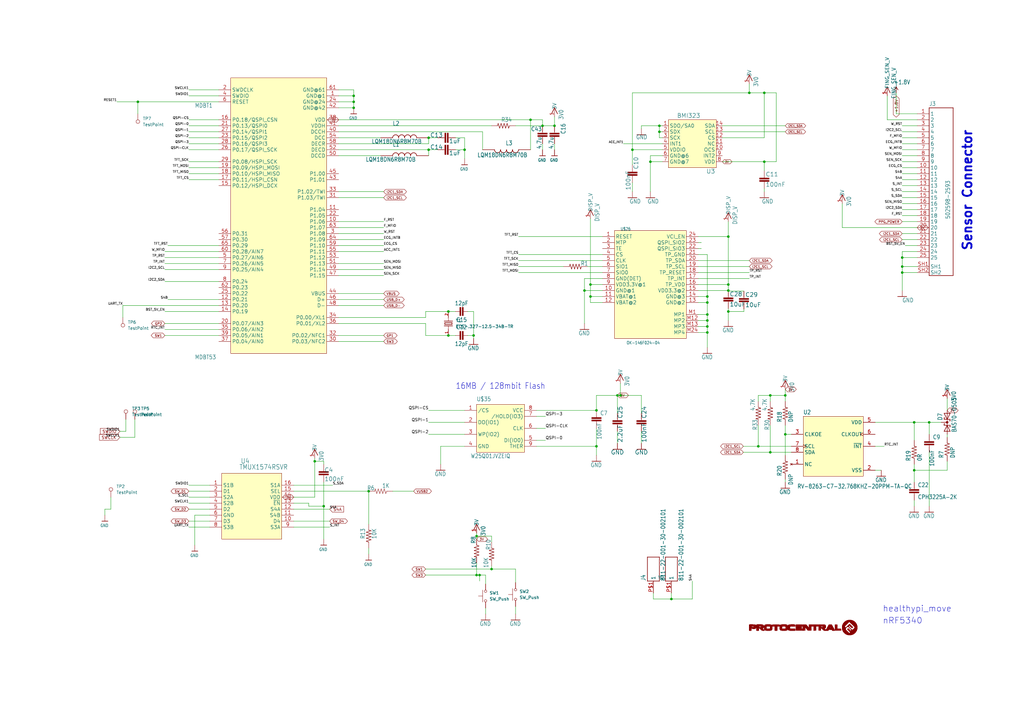
<source format=kicad_sch>
(kicad_sch (version 20250114) (generator "eeschema") (generator_version "9.0")
  (paper "User" 433.908 298.602)
  (lib_symbols
    (symbol "Connector:TestPoint" (pin_numbers (hide yes)) (pin_names (offset 0.762) (hide yes))
      (property "Reference" "TP" (at 0 6.858 0))
      (property "Value" "TestPoint" (at 0 5.08 0))
      (symbol "TestPoint_1_1"
        (pin passive line (at 0 0 90) (length 2.54) (name "1") (number "1"))
      )
    )
    (symbol "ECS-.327-12.5-34B-TR:ECS-.327-12.5-34B-TR" (pin_names (offset 1.016))
      (property "Reference" "Y" (at -5.0895 2.5447 0))
      (property "Value" "ECS-.327-12.5-34B-TR" (at -5.0911 -4.582 0))
      (symbol "ECS-.327-12.5-34B-TR_0_0"
        (pin passive line (at -5.08 0 0) (length 2.54) (name "~") (number "1"))
        (pin passive line (at 5.08 0 180) (length 2.54) (name "~") (number "2"))
      )
    )
    (symbol "Switch:SW_Push" (pin_numbers (hide yes)) (pin_names (offset 1.016) (hide yes))
      (property "Reference" "SW" (at 1.27 2.54 0))
      (property "Value" "SW_Push" (at 0 -1.524 0))
      (symbol "SW_Push_0_1"
        (pin passive line (at -5.08 0 0) (length 2.54) (name "1") (number "1"))
        (pin passive line (at 5.08 0 180) (length 2.54) (name "2") (number "2"))
      )
    )
    (symbol "pc_healthypi_move_nRF5340_v10-eagle-import:+1.8V" (power)
      (symbol "+1.8V_1_0"
        (pin power_in line (at 0 0 90) (length 2.54) (name "+1.8V") (number "1"))
      )
    )
    (symbol "pc_healthypi_move_nRF5340_v10-eagle-import:0.1UF-0402T-6.3V-10%-X7R"
      (property "Reference" "C" (at 1.524 2.921 0))
      (symbol "0.1UF-0402T-6.3V-10%-X7R_1_0"
        (pin passive line (at 0 5.08 270) (length 2.54) (name "1") (number "1"))
        (pin passive line (at 0 -2.54 90) (length 2.54) (name "2") (number "2"))
      )
    )
    (symbol "pc_healthypi_move_nRF5340_v10-eagle-import:0.1UF-0603-100V-10%"
      (property "Reference" "C" (at 1.524 2.921 0))
      (symbol "0.1UF-0603-100V-10%_1_0"
        (pin passive line (at 0 5.08 270) (length 2.54) (name "1") (number "1"))
        (pin passive line (at 0 -2.54 90) (length 2.54) (name "2") (number "2"))
      )
    )
    (symbol "pc_healthypi_move_nRF5340_v10-eagle-import:2.2UF-0402_TIGHT-10V-10%-X5R"
      (property "Reference" "C" (at 1.524 2.921 0))
      (symbol "2.2UF-0402_TIGHT-10V-10%-X5R_1_0"
        (pin passive line (at 0 5.08 270) (length 2.54) (name "1") (number "1"))
        (pin passive line (at 0 -2.54 90) (length 2.54) (name "2") (number "2"))
      )
    )
    (symbol "pc_healthypi_move_nRF5340_v10-eagle-import:3V0" (power)
      (symbol "3V0_1_0"
        (pin power_in line (at 0 0 90) (length 2.54) (name "3V") (number "1"))
      )
    )
    (symbol "pc_healthypi_move_nRF5340_v10-eagle-import:821-22-001-10-004101SMD"
      (property "Reference" "J" (at -5.08 3.302 0))
      (symbol "821-22-001-10-004101SMD_1_0"
        (pin passive line (at -10.16 0 0) (length 5.08) (name "1") (number "P$1"))
      )
    )
    (symbol "pc_healthypi_move_nRF5340_v10-eagle-import:BAS70-0505"
      (property "Reference" "D" (at 0.7629 2.009 0))
      (symbol "BAS70-0505_1_0"
        (pin passive line (at -5.08 0 0) (length 2.54) (name "A1") (number "1"))
        (pin passive line (at 0 2.54 270) (length 2.54) (name "K1K2") (number "3"))
        (pin passive line (at 5.08 0 180) (length 2.54) (name "A2") (number "2"))
      )
    )
    (symbol "pc_healthypi_move_nRF5340_v10-eagle-import:C-EUC0402"
      (property "Reference" "C" (at 1.524 0.381 0))
      (symbol "C-EUC0402_1_0"
        (pin passive line (at 0 2.54 270) (length 2.54) (name "1") (number "1"))
        (pin passive line (at 0 -5.08 90) (length 2.54) (name "2") (number "2"))
      )
    )
    (symbol "pc_healthypi_move_nRF5340_v10-eagle-import:C-EUC1210"
      (property "Reference" "C" (at 1.524 0.381 0))
      (symbol "C-EUC1210_1_0"
        (pin passive line (at 0 2.54 270) (length 2.54) (name "1") (number "1"))
        (pin passive line (at 0 -5.08 90) (length 2.54) (name "2") (number "2"))
      )
    )
    (symbol "pc_healthypi_move_nRF5340_v10-eagle-import:CAPACITORS-0402"
      (property "Reference" "C" (at 0 2.54 0))
      (symbol "CAPACITORS-0402_1_0"
        (pin passive line (at -2.54 0 0) (length 0) (name "1") (number "1"))
        (pin passive line (at 2.54 0 180) (length 0) (name "2") (number "2"))
      )
    )
    (symbol "pc_healthypi_move_nRF5340_v10-eagle-import:DISP_V" (power)
      (symbol "DISP_V_1_0"
        (pin power_in line (at 0 0 90) (length 2.54) (name "DISP_V") (number "1"))
      )
    )
    (symbol "pc_healthypi_move_nRF5340_v10-eagle-import:F14D-1B7H1-E8C25"
      (property "Reference" "J" (at -5.08 33.782 0))
      (symbol "F14D-1B7H1-E8C25_1_0"
        (pin passive line (at -10.16 30.48 0) (length 5.08) (name "1") (number "1"))
        (pin passive line (at -10.16 27.94 0) (length 5.08) (name "2") (number "2"))
        (pin passive line (at -10.16 25.4 0) (length 5.08) (name "3") (number "3"))
        (pin passive line (at -10.16 22.86 0) (length 5.08) (name "4") (number "4"))
        (pin passive line (at -10.16 20.32 0) (length 5.08) (name "5") (number "5"))
        (pin passive line (at -10.16 17.78 0) (length 5.08) (name "6") (number "6"))
        (pin passive line (at -10.16 15.24 0) (length 5.08) (name "7") (number "7"))
        (pin passive line (at -10.16 12.7 0) (length 5.08) (name "8") (number "8"))
        (pin passive line (at -10.16 10.16 0) (length 5.08) (name "9") (number "9"))
        (pin passive line (at -10.16 7.62 0) (length 5.08) (name "10") (number "10"))
        (pin passive line (at -10.16 5.08 0) (length 5.08) (name "11") (number "11"))
        (pin passive line (at -10.16 2.54 0) (length 5.08) (name "12") (number "12"))
        (pin passive line (at -10.16 0 0) (length 5.08) (name "13") (number "13"))
        (pin passive line (at -10.16 -2.54 0) (length 5.08) (name "14") (number "14"))
        (pin passive line (at -10.16 -5.08 0) (length 5.08) (name "15") (number "15"))
        (pin passive line (at -10.16 -7.62 0) (length 5.08) (name "16") (number "16"))
        (pin passive line (at -10.16 -10.16 0) (length 5.08) (name "17") (number "17"))
        (pin passive line (at -10.16 -12.7 0) (length 5.08) (name "18") (number "18"))
        (pin passive line (at -10.16 -15.24 0) (length 5.08) (name "19") (number "19"))
        (pin passive line (at -10.16 -17.78 0) (length 5.08) (name "20") (number "20"))
        (pin passive line (at -10.16 -20.32 0) (length 5.08) (name "21") (number "21"))
        (pin passive line (at -10.16 -22.86 0) (length 5.08) (name "22") (number "22"))
        (pin passive line (at -10.16 -25.4 0) (length 5.08) (name "23") (number "23"))
        (pin passive line (at -10.16 -27.94 0) (length 5.08) (name "24") (number "24"))
        (pin passive line (at -10.16 -30.48 0) (length 5.08) (name "25") (number "25"))
        (pin passive line (at -10.16 -34.29 0) (length 5.08) (name "SH1") (number "SH1"))
        (pin passive line (at -10.16 -36.83 0) (length 5.08) (name "SH2") (number "SH2"))
      )
    )
    (symbol "pc_healthypi_move_nRF5340_v10-eagle-import:FING_SEN_V" (power)
      (symbol "FING_SEN_V_1_0"
        (pin power_in line (at 0 0 90) (length 2.54) (name "FING_SEN_V") (number "1"))
      )
    )
    (symbol "pc_healthypi_move_nRF5340_v10-eagle-import:GND" (power)
      (symbol "GND_1_0"
        (pin power_in line (at 0 2.54 270) (length 2.54) (name "GND") (number "1"))
      )
    )
    (symbol "pc_healthypi_move_nRF5340_v10-eagle-import:LQM18DN6R8M70B"
      (property "Reference" "L" (at -5.08 5.08 0))
      (symbol "LQM18DN6R8M70B_1_0"
        (pin passive line (at -10.16 0 0) (length 5.08) (name "1") (number "1"))
        (pin passive line (at 10.16 0 180) (length 5.08) (name "2") (number "2"))
      )
    )
    (symbol "pc_healthypi_move_nRF5340_v10-eagle-import:LSM6DS3"
      (property "Reference" "U3" (at 5.842 -12.7 0))
      (property "Value" "LSM6DS3TR" (at -6.604 10.922 0))
      (symbol "LSM6DS3_1_0"
        (pin bidirectional line (at -12.7 7.62 0) (length 2.54) (name "SDO/SA0") (number "1"))
        (pin bidirectional line (at -12.7 5.08 0) (length 2.54) (name "SDX") (number "2"))
        (pin bidirectional line (at -12.7 2.54 0) (length 2.54) (name "SCX") (number "3"))
        (pin bidirectional line (at -12.7 0 0) (length 2.54) (name "INT1") (number "4"))
        (pin bidirectional line (at -12.7 -2.54 0) (length 2.54) (name "VDDIO") (number "5"))
        (pin bidirectional line (at -12.7 -5.08 0) (length 2.54) (name "GND@6") (number "6"))
        (pin bidirectional line (at -12.7 -7.62 0) (length 2.54) (name "GND@7") (number "7"))
        (pin bidirectional line (at 12.7 7.62 180) (length 2.54) (name "SDA") (number "14"))
        (pin bidirectional line (at 12.7 5.08 180) (length 2.54) (name "SCL") (number "13"))
        (pin bidirectional line (at 12.7 2.54 180) (length 2.54) (name "CS") (number "12"))
        (pin bidirectional line (at 12.7 0 180) (length 2.54) (name "NC") (number "11"))
        (pin bidirectional line (at 12.7 -2.54 180) (length 2.54) (name "OCS") (number "10"))
        (pin bidirectional line (at 12.7 -5.08 180) (length 2.54) (name "INT2") (number "9"))
        (pin bidirectional line (at 12.7 -7.62 180) (length 2.54) (name "VDD") (number "8"))
      )
    )
    (symbol "pc_healthypi_move_nRF5340_v10-eagle-import:MDBT53"
      (property "Reference" "MDBT1" (at -35.56 45.72 0))
      (property "Value" "MDBT53" (at -35.56 -60.96 0))
      (symbol "MDBT53_1_0"
        (pin bidirectional line (at -25.4 53.34 0) (length 5.08) (name "SWDCLK") (number "2"))
        (pin bidirectional line (at -25.4 50.8 0) (length 5.08) (name "SWDIO") (number "4"))
        (pin bidirectional line (at -25.4 48.26 0) (length 5.08) (name "RESET") (number "6"))
        (pin bidirectional line (at -25.4 40.64 0) (length 5.08) (name "P0.18/QSPI_CSN") (number "16"))
        (pin bidirectional line (at -25.4 38.1 0) (length 5.08) (name "P0.13/QSPI0") (number "21"))
        (pin bidirectional line (at -25.4 35.56 0) (length 5.08) (name "P0.14/QSPI1") (number "27"))
        (pin bidirectional line (at -25.4 33.02 0) (length 5.08) (name "P0.15/QSPI2") (number "23"))
        (pin bidirectional line (at -25.4 30.48 0) (length 5.08) (name "P0.16/QSPI3") (number "28"))
        (pin bidirectional line (at -25.4 27.94 0) (length 5.08) (name "P0.17/QSPI_SCK") (number "26"))
        (pin bidirectional line (at -25.4 22.86 0) (length 5.08) (name "P0.08/HSPI_SCK") (number "29"))
        (pin bidirectional line (at -25.4 20.32 0) (length 5.08) (name "P0.09/HSPI_MOSI") (number "19"))
        (pin bidirectional line (at -25.4 17.78 0) (length 5.08) (name "P0.10/HSPI_MISO") (number "18"))
        (pin bidirectional line (at -25.4 15.24 0) (length 5.08) (name "P0.11/HSPI_CSN") (number "17"))
        (pin bidirectional line (at -25.4 12.7 0) (length 5.08) (name "P0.12/HSPI_DCX") (number "15"))
        (pin bidirectional line (at -25.4 -7.62 0) (length 5.08) (name "P0.31") (number "56"))
        (pin bidirectional line (at -25.4 -10.16 0) (length 5.08) (name "P0.30") (number "57"))
        (pin bidirectional line (at -25.4 -12.7 0) (length 5.08) (name "P0.29") (number "65"))
        (pin bidirectional line (at -25.4 -15.24 0) (length 5.08) (name "P0.28/AIN7") (number "60"))
        (pin bidirectional line (at -25.4 -17.78 0) (length 5.08) (name "P0.27/AIN6") (number "5"))
        (pin bidirectional line (at -25.4 -20.32 0) (length 5.08) (name "P0.26/AIN5") (number "7"))
        (pin bidirectional line (at -25.4 -22.86 0) (length 5.08) (name "P0.25/AIN4") (number "9"))
        (pin bidirectional line (at -25.4 -27.94 0) (length 5.08) (name "P0.24") (number "8"))
        (pin bidirectional line (at -25.4 -30.48 0) (length 5.08) (name "P0.23") (number "62"))
        (pin bidirectional line (at -25.4 -33.02 0) (length 5.08) (name "P0.22") (number "25"))
        (pin bidirectional line (at -25.4 -35.56 0) (length 5.08) (name "P0.21") (number "12"))
        (pin bidirectional line (at -25.4 -38.1 0) (length 5.08) (name "P0.20") (number "13"))
        (pin bidirectional line (at -25.4 -40.64 0) (length 5.08) (name "P0.19") (number "14"))
        (pin bidirectional line (at -25.4 -45.72 0) (length 5.08) (name "P0.07/AIN3") (number "20"))
        (pin bidirectional line (at -25.4 -48.26 0) (length 5.08) (name "P0.06/AIN2") (number "35"))
        (pin bidirectional line (at -25.4 -50.8 0) (length 5.08) (name "P0.05/AIN1") (number "39"))
        (pin bidirectional line (at -25.4 -53.34 0) (length 5.08) (name "P0.04/AIN0") (number "37"))
        (pin bidirectional line (at 25.4 53.34 180) (length 5.08) (name "GND@61") (number "61"))
        (pin bidirectional line (at 25.4 50.8 180) (length 5.08) (name "GND@1") (number "1"))
        (pin bidirectional line (at 25.4 48.26 180) (length 5.08) (name "GND@24") (number "24"))
        (pin bidirectional line (at 25.4 45.72 180) (length 5.08) (name "GND@42") (number "42"))
        (pin bidirectional line (at 25.4 40.64 180) (length 5.08) (name "VDD") (number "38"))
        (pin bidirectional line (at 25.4 38.1 180) (length 5.08) (name "VDDH") (number "41"))
        (pin bidirectional line (at 25.4 35.56 180) (length 5.08) (name "DCCH") (number "40"))
        (pin bidirectional line (at 25.4 33.02 180) (length 5.08) (name "DCC") (number "54"))
        (pin bidirectional line (at 25.4 30.48 180) (length 5.08) (name "DECR") (number "58"))
        (pin bidirectional line (at 25.4 27.94 180) (length 5.08) (name "DECD") (number "52"))
        (pin bidirectional line (at 25.4 25.4 180) (length 5.08) (name "DCCD") (number "50"))
        (pin bidirectional line (at 25.4 17.78 180) (length 5.08) (name "P1.00") (number "45"))
        (pin bidirectional line (at 25.4 15.24 180) (length 5.08) (name "P1.01") (number "43"))
        (pin bidirectional line (at 25.4 10.16 180) (length 5.08) (name "P1.02/TWI") (number "33"))
        (pin bidirectional line (at 25.4 7.62 180) (length 5.08) (name "P1.03/TWI") (number "31"))
        (pin bidirectional line (at 25.4 2.54 180) (length 5.08) (name "P1.04") (number "11"))
        (pin bidirectional line (at 25.4 0 180) (length 5.08) (name "P1.05") (number "22"))
        (pin bidirectional line (at 25.4 -2.54 180) (length 5.08) (name "P1.06") (number "10"))
        (pin bidirectional line (at 25.4 -5.08 180) (length 5.08) (name "P1.07") (number "63"))
        (pin bidirectional line (at 25.4 -7.62 180) (length 5.08) (name "P1.08") (number "3"))
        (pin bidirectional line (at 25.4 -10.16 180) (length 5.08) (name "P1.09") (number "64"))
        (pin bidirectional line (at 25.4 -12.7 180) (length 5.08) (name "P1.10") (number "59"))
        (pin bidirectional line (at 25.4 -15.24 180) (length 5.08) (name "P1.11") (number "55"))
        (pin bidirectional line (at 25.4 -17.78 180) (length 5.08) (name "P1.12") (number "53"))
        (pin bidirectional line (at 25.4 -20.32 180) (length 5.08) (name "P1.13") (number "51"))
        (pin bidirectional line (at 25.4 -22.86 180) (length 5.08) (name "P1.14") (number "49"))
        (pin bidirectional line (at 25.4 -25.4 180) (length 5.08) (name "P1.15") (number "47"))
        (pin bidirectional line (at 25.4 -33.02 180) (length 5.08) (name "VBUS") (number "44"))
        (pin bidirectional line (at 25.4 -35.56 180) (length 5.08) (name "D+") (number "46"))
        (pin bidirectional line (at 25.4 -38.1 180) (length 5.08) (name "D-") (number "48"))
        (pin bidirectional line (at 25.4 -43.18 180) (length 5.08) (name "P0.00/XL1") (number "34"))
        (pin bidirectional line (at 25.4 -45.72 180) (length 5.08) (name "P0.01/XL2") (number "36"))
        (pin bidirectional line (at 25.4 -50.8 180) (length 5.08) (name "P0.02/NFC1") (number "32"))
        (pin bidirectional line (at 25.4 -53.34 180) (length 5.08) (name "P0.03/NFC2") (number "30"))
      )
    )
    (symbol "pc_healthypi_move_nRF5340_v10-eagle-import:OK-146F024-04"
      (property "Reference" "U$26" (at -12.7 25.4 0))
      (property "Value" "OK-146F024-04" (at -10.16 -22.86 0))
      (symbol "OK-146F024-04_1_0"
        (pin passive line (at -20.32 22.86 0) (length 5.08) (name "RESET") (number "1"))
        (pin passive line (at -20.32 20.32 0) (length 5.08) (name "MTP") (number "2"))
        (pin passive line (at -20.32 17.78 0) (length 5.08) (name "TE") (number "3"))
        (pin passive line (at -20.32 15.24 0) (length 5.08) (name "CS") (number "4"))
        (pin passive line (at -20.32 12.7 0) (length 5.08) (name "CLK") (number "5"))
        (pin passive line (at -20.32 10.16 0) (length 5.08) (name "SIO1") (number "6"))
        (pin passive line (at -20.32 7.62 0) (length 5.08) (name "SIO0") (number "7"))
        (pin passive line (at -20.32 5.08 0) (length 5.08) (name "GND(DET)") (number "8"))
        (pin passive line (at -20.32 2.54 0) (length 5.08) (name "VDD3.3V@1") (number "9"))
        (pin passive line (at -20.32 0 0) (length 5.08) (name "GND@1") (number "10"))
        (pin passive line (at -20.32 -2.54 0) (length 5.08) (name "VBAT@1") (number "11"))
        (pin passive line (at -20.32 -5.08 0) (length 5.08) (name "VBAT@2") (number "12"))
        (pin passive line (at 20.32 22.86 180) (length 5.08) (name "VCI_EN") (number "24"))
        (pin passive line (at 20.32 20.32 180) (length 5.08) (name "QSPI_SIO2") (number "23"))
        (pin passive line (at 20.32 17.78 180) (length 5.08) (name "QSPI_SIO3") (number "22"))
        (pin passive line (at 20.32 15.24 180) (length 5.08) (name "TP_GND") (number "21"))
        (pin passive line (at 20.32 12.7 180) (length 5.08) (name "TP_SDA") (number "20"))
        (pin passive line (at 20.32 10.16 180) (length 5.08) (name "TP_SCL") (number "19"))
        (pin passive line (at 20.32 7.62 180) (length 5.08) (name "TP_RESET") (number "18"))
        (pin passive line (at 20.32 5.08 180) (length 5.08) (name "TP_INT") (number "17"))
        (pin passive line (at 20.32 2.54 180) (length 5.08) (name "TP_VDD") (number "16"))
        (pin passive line (at 20.32 0 180) (length 5.08) (name "VDD3.3@2") (number "15"))
        (pin passive line (at 20.32 -2.54 180) (length 5.08) (name "GND@3") (number "14"))
        (pin passive line (at 20.32 -5.08 180) (length 5.08) (name "GND@2") (number "13"))
        (pin passive line (at 20.32 -10.16 180) (length 5.08) (name "MP1") (number "M1"))
        (pin passive line (at 20.32 -12.7 180) (length 5.08) (name "MP2") (number "M12"))
        (pin passive line (at 20.32 -15.24 180) (length 5.08) (name "MP3") (number "M13"))
        (pin passive line (at 20.32 -17.78 180) (length 5.08) (name "MP4") (number "M24"))
      )
    )
    (symbol "pc_healthypi_move_nRF5340_v10-eagle-import:PCLOGO_V3")
    (symbol "pc_healthypi_move_nRF5340_v10-eagle-import:R-US_R0402"
      (property "Reference" "R" (at -3.81 1.4986 0))
      (symbol "R-US_R0402_1_0"
        (pin passive line (at -5.08 0 0) (length 2.54) (name "1") (number "1"))
        (pin passive line (at 5.08 0 180) (length 2.54) (name "2") (number "2"))
      )
    )
    (symbol "pc_healthypi_move_nRF5340_v10-eagle-import:RESISTOR0402-RES"
      (property "Reference" "R" (at -3.81 1.4986 0))
      (symbol "RESISTOR0402-RES_1_0"
        (pin passive line (at -5.08 0 0) (length 2.54) (name "1") (number "1"))
        (pin passive line (at 5.08 0 180) (length 2.54) (name "2") (number "2"))
      )
    )
    (symbol "pc_healthypi_move_nRF5340_v10-eagle-import:RV-8263-C7-32.768KHZ-20PPM-TA-QC"
      (property "Reference" "U2" (at -12.7 13.462 0))
      (property "Value" "RV-8263-C7-32.768KHZ-20PPM-TA-QC" (at -15.24 -16.002 0))
      (symbol "RV-8263-C7-32.768KHZ-20PPM-TA-QC_1_0"
        (pin input line (at -17.78 5.08 0) (length 5.08) (name "CLKOE") (number "3"))
        (pin input clock (at -17.78 0 0) (length 5.08) (name "SCL") (number "7"))
        (pin bidirectional line (at -17.78 -2.54 0) (length 5.08) (name "SDA") (number "8"))
        (pin no_connect line (at -17.78 -7.62 0) (length 5.08) (name "NC") (number "1"))
        (pin power_in line (at 17.78 10.16 180) (length 5.08) (name "VDD") (number "5"))
        (pin output clock (at 17.78 5.08 180) (length 5.08) (name "CLKOUT") (number "6"))
        (pin output line (at 17.78 0 180) (length 5.08) (name "~{INT}") (number "4"))
        (pin power_in line (at 17.78 -10.16 180) (length 5.08) (name "VSS") (number "2"))
      )
    )
    (symbol "pc_healthypi_move_nRF5340_v10-eagle-import:SparkFun-Aesthetics_GND" (power)
      (symbol "SparkFun-Aesthetics_GND_1_0"
        (pin power_in line (at 0 2.54 270) (length 2.54) (name "GND") (number "1"))
      )
    )
    (symbol "pc_healthypi_move_nRF5340_v10-eagle-import:SparkFun-PowerSymbols_GND" (power)
      (symbol "SparkFun-PowerSymbols_GND_1_0"
        (pin power_in line (at 0 2.54 270) (length 2.54) (name "GND") (number "1"))
      )
    )
    (symbol "pc_healthypi_move_nRF5340_v10-eagle-import:TMUX1574RSVR"
      (property "Reference" "U4" (at 15.5956 9.1186 0))
      (property "Value" "TMUX1574RSVR" (at 14.9606 6.5786 0))
      (symbol "TMUX1574RSVR_1_0"
        (pin bidirectional line (at 2.54 0 0) (length 5.08) (name "S1B") (number "1"))
        (pin bidirectional line (at 2.54 -2.54 0) (length 5.08) (name "D1") (number "2"))
        (pin bidirectional line (at 2.54 -5.08 0) (length 5.08) (name "S2A") (number "3"))
        (pin bidirectional line (at 2.54 -7.62 0) (length 5.08) (name "S2B") (number "4"))
        (pin bidirectional line (at 2.54 -10.16 0) (length 5.08) (name "D2") (number "5"))
        (pin passive line (at 2.54 -12.7 0) (length 5.08) (name "GND") (number "6"))
        (pin bidirectional line (at 2.54 -15.24 0) (length 5.08) (name "D3") (number "7"))
        (pin bidirectional line (at 2.54 -17.78 0) (length 5.08) (name "S3B") (number "8"))
        (pin bidirectional line (at 38.1 0 180) (length 5.08) (name "S1A") (number "16"))
        (pin passive line (at 38.1 -2.54 180) (length 5.08) (name "SEL") (number "15"))
        (pin power_in line (at 38.1 -5.08 180) (length 5.08) (name "VDD") (number "14"))
        (pin passive line (at 38.1 -7.62 180) (length 5.08) (name "~{EN}") (number "13"))
        (pin bidirectional line (at 38.1 -10.16 180) (length 5.08) (name "S4A") (number "12"))
        (pin bidirectional line (at 38.1 -12.7 180) (length 5.08) (name "S4B") (number "11"))
        (pin bidirectional line (at 38.1 -15.24 180) (length 5.08) (name "D4") (number "10"))
        (pin bidirectional line (at 38.1 -17.78 180) (length 5.08) (name "S3A") (number "9"))
      )
    )
    (symbol "pc_healthypi_move_nRF5340_v10-eagle-import:W25N01GVZEIG"
      (property "Reference" "U$35" (at -10.16 11.43 0))
      (property "Value" "W25Q01JVZEIQ" (at -12.7 -12.7 0))
      (symbol "W25N01GVZEIG_1_0"
        (pin bidirectional line (at -15.24 7.62 0) (length 5.08) (name "/CS") (number "1"))
        (pin bidirectional line (at -15.24 2.54 0) (length 5.08) (name "DO(IO1)") (number "2"))
        (pin bidirectional line (at -15.24 -2.54 0) (length 5.08) (name "WP(IO2)") (number "3"))
        (pin bidirectional line (at -15.24 -7.62 0) (length 5.08) (name "GND") (number "4"))
        (pin bidirectional line (at 15.24 7.62 180) (length 5.08) (name "VCC") (number "8"))
        (pin bidirectional line (at 15.24 5.08 180) (length 5.08) (name "/HOLD(IO3)") (number "7"))
        (pin bidirectional line (at 15.24 0 180) (length 5.08) (name "CLK") (number "6"))
        (pin bidirectional line (at 15.24 -5.08 180) (length 5.08) (name "DI(IO0)") (number "5"))
        (pin bidirectional line (at 15.24 -7.62 180) (length 5.08) (name "THER") (number "9"))
      )
    )
    (symbol "pc_healthypi_move_nRF5340_v10-eagle-import:microbuilder_GND" (power)
      (symbol "microbuilder_GND_1_0"
        (pin power_in line (at 0 2.54 270) (length 2.54) (name "GND") (number "1"))
      )
    )
    (symbol "pc_healthypi_move_nRF5340_v10-eagle-import:supply1_371_GND" (power)
      (symbol "supply1_371_GND_1_0"
        (pin power_in line (at 0 2.54 270) (length 2.54) (name "GND") (number "1"))
      )
    )
  )
  (text "16MB / 128mbit Flash" (at 212.09 163.83 0) (effects (font (size 2.54 2.159))))
  (text "Sensor Connector" (at 412.115 106.68 90) (effects (font (size 3.81 3.81) (thickness 0.762) (bold yes)) (justify left bottom)))
  (text "nRF5340" (at 374.015 264.795 0) (effects (font (size 2.54 2.54)) (justify left bottom)))
  (text "healthypi_move" (at 374.015 259.715 0) (effects (font (size 2.54 2.54)) (justify left bottom)))
  (junction (at 224.79 50.8))
  (junction (at 149.86 43.18))
  (junction (at 382.27 115.57))
  (junction (at 201.93 243.84))
  (junction (at 308.61 132.08))
  (junction (at 326.39 191.77))
  (junction (at 196.85 63.5))
  (junction (at 189.992 142.24))
  (junction (at 262.89 167.64))
  (junction (at 137.16 214.63))
  (junction (at 133.35 195.58))
  (junction (at 332.74 184.15))
  (junction (at 323.85 39.37))
  (junction (at 279.4 55.88))
  (junction (at 261.62 167.64))
  (junction (at 149.86 40.64))
  (junction (at 201.93 227.33))
  (junction (at 299.72 133.35))
  (junction (at 149.86 45.72))
  (junction (at 58.42 43.18))
  (junction (at 332.74 167.64))
  (junction (at 284.48 254))
  (junction (at 308.61 100.33))
  (junction (at 387.35 199.39))
  (junction (at 275.59 68.58))
  (junction (at 299.72 128.27))
  (junction (at 181.61 63.5))
  (junction (at 317.5 39.37))
  (junction (at 252.73 189.23))
  (junction (at 200.66 142.24))
  (junction (at 387.35 179.07))
  (junction (at 208.28 241.3))
  (junction (at 279.4 53.34))
  (junction (at 247.65 123.19))
  (junction (at 308.61 120.65))
  (junction (at 382.27 109.22))
  (junction (at 252.73 173.99))
  (junction (at 321.31 189.23))
  (junction (at 308.61 123.19))
  (junction (at 299.72 140.97))
  (junction (at 326.39 167.64))
  (junction (at 323.85 68.58))
  (junction (at 250.19 125.73))
  (junction (at 203.2 243.84))
  (junction (at 299.72 125.73))
  (junction (at 156.21 208.28))
  (junction (at 234.95 53.34))
  (junction (at 299.72 135.89))
  (junction (at 299.72 138.43))
  (junction (at 393.7 179.07))
  (junction (at 229.87 53.34))
  (junction (at 250.19 120.65))
  (junction (at 267.97 63.5))
  (junction (at 382.27 113.03))
  (junction (at 181.61 58.42))
  (junction (at 189.992 132.08))
  (wire (pts (xy 180.34 142.24) (xy 189.992 142.24)) (stroke (width 0.1524)))
  (wire (pts (xy 57.15 177.8) (xy 57.15 185.42)) (stroke (width 0.1524)))
  (wire (pts (xy 143.51 101.6) (xy 162.56 101.6)) (stroke (width 0.1524)))
  (wire (pts (xy 143.51 93.98) (xy 162.56 93.98)) (stroke (width 0.1524)))
  (wire (pts (xy 387.35 186.69) (xy 387.35 179.07)) (stroke (width 0.1524)))
  (wire (pts (xy 208.28 227.33) (xy 208.28 229.87)) (stroke (width 0.1524)))
  (wire (pts (xy 306.07 55.88) (xy 332.74 55.88)) (stroke (width 0.1524)))
  (wire (pts (xy 308.61 123.19) (xy 308.61 120.65)) (stroke (width 0.1524)))
  (wire (pts (xy 382.27 115.57) (xy 382.27 123.19)))
  (wire (pts (xy 92.71 76.2) (xy 80.01 76.2)) (stroke (width 0.1524)))
  (wire (pts (xy 92.71 40.64) (xy 80.01 40.64)) (stroke (width 0.1524)))
  (wire (pts (xy 92.71 127) (xy 71.12 127)) (stroke (width 0.1524)))
  (wire (pts (xy 130.81 214.63) (xy 137.16 214.63)) (stroke (width 0.1524)))
  (wire (pts (xy 295.91 138.43) (xy 299.72 138.43)) (stroke (width 0.1524)))
  (wire (pts (xy 317.5 39.37) (xy 323.85 39.37)) (stroke (width 0.1524)))
  (wire (pts (xy 143.51 55.88) (xy 204.47 55.88)) (stroke (width 0.1524)))
  (wire (pts (xy 388.62 73.66) (xy 382.27 73.66)) (stroke (width 0.1524)))
  (wire (pts (xy 143.51 81.28) (xy 162.56 81.28)) (stroke (width 0.1524)))
  (wire (pts (xy 262.89 167.64) (xy 261.62 167.64)) (stroke (width 0.1524)))
  (wire (pts (xy 308.61 123.444) (xy 308.61 123.19)))
  (wire (pts (xy 326.39 180.34) (xy 326.39 191.77)) (stroke (width 0.1524)))
  (wire (pts (xy 308.61 123.19) (xy 308.61 122.936)))
  (wire (pts (xy 124.46 208.28) (xy 156.21 208.28)) (stroke (width 0.1524)))
  (wire (pts (xy 229.87 53.34) (xy 234.95 53.34)) (stroke (width 0.1524)))
  (wire (pts (xy 275.59 81.28) (xy 275.59 68.58)) (stroke (width 0.1524)))
  (wire (pts (xy 201.93 228.6) (xy 201.93 227.33)) (stroke (width 0.1524)))
  (wire (pts (xy 335.28 189.23) (xy 321.31 189.23)) (stroke (width 0.1524)))
  (wire (pts (xy 332.74 184.15) (xy 332.74 180.34)) (stroke (width 0.1524)))
  (wire (pts (xy 262.89 162.56) (xy 262.89 167.64)) (stroke (width 0.1524)))
  (wire (pts (xy 82.55 218.44) (xy 82.55 231.14)) (stroke (width 0.1524)))
  (wire (pts (xy 388.62 48.26) (xy 379.73 48.26)) (stroke (width 0.1524)))
  (wire (pts (xy 323.85 68.58) (xy 328.93 68.58)) (stroke (width 0.1524)))
  (wire (pts (xy 299.72 135.89) (xy 299.72 138.43)) (stroke (width 0.1524)))
  (wire (pts (xy 88.9 215.9) (xy 80.01 215.9)) (stroke (width 0.1524)))
  (wire (pts (xy 92.71 38.1) (xy 80.01 38.1)) (stroke (width 0.1524)))
  (wire (pts (xy 203.2 243.84) (xy 201.93 243.84)) (stroke (width 0.1524)))
  (wire (pts (xy 92.71 104.14) (xy 71.12 104.14)) (stroke (width 0.1524)))
  (wire (pts (xy 388.62 86.36) (xy 382.27 86.36)) (stroke (width 0.1524)))
  (wire (pts (xy 196.85 58.42) (xy 196.85 63.5)) (stroke (width 0.1524)))
  (wire (pts (xy 388.62 60.96) (xy 382.27 60.96)) (stroke (width 0.1524)))
  (wire (pts (xy 143.51 43.18) (xy 149.86 43.18)) (stroke (width 0.1524)))
  (wire (pts (xy 227.33 181.61) (xy 231.14 181.61)) (stroke (width 0.1524)))
  (wire (pts (xy 393.7 179.07) (xy 393.7 184.15)) (stroke (width 0.1524)))
  (wire (pts (xy 321.31 180.34) (xy 321.31 189.23)) (stroke (width 0.1524)))
  (wire (pts (xy 388.62 115.57) (xy 382.27 115.57)))
  (wire (pts (xy 201.93 243.84) (xy 180.34 243.84)) (stroke (width 0.1524)))
  (wire (pts (xy 204.47 55.88) (xy 204.47 63.5)) (stroke (width 0.1524)))
  (wire (pts (xy 229.87 50.8) (xy 229.87 53.34)) (stroke (width 0.1524)))
  (wire (pts (xy 234.95 60.96) (xy 234.95 63.5)) (stroke (width 0.1524)))
  (wire (pts (xy 323.85 68.58) (xy 306.07 68.58)) (stroke (width 0.1524)))
  (wire (pts (xy 332.74 167.64) (xy 332.74 170.18)) (stroke (width 0.1524)))
  (wire (pts (xy 143.51 83.82) (xy 162.56 83.82)) (stroke (width 0.1524)))
  (wire (pts (xy 149.86 40.64) (xy 149.86 43.18)) (stroke (width 0.1524)))
  (wire (pts (xy 255.27 107.95) (xy 219.71 107.95)) (stroke (width 0.1524)))
  (wire (pts (xy 247.65 123.19) (xy 247.65 137.16)) (stroke (width 0.1524)))
  (wire (pts (xy 227.33 186.69) (xy 231.14 186.69)) (stroke (width 0.1524)))
  (wire (pts (xy 201.93 227.33) (xy 208.28 227.33)) (stroke (width 0.1524)))
  (wire (pts (xy 53.34 182.88) (xy 50.8 182.88)) (stroke (width 0.1524)))
  (wire (pts (xy 234.95 49.53) (xy 234.95 53.34)) (stroke (width 0.1524)))
  (wire (pts (xy 124.46 223.52) (xy 139.7 223.52)) (stroke (width 0.1524)))
  (wire (pts (xy 92.71 53.34) (xy 80.01 53.34)) (stroke (width 0.1524)))
  (wire (pts (xy 189.992 132.08) (xy 193.04 132.08)) (stroke (width 0.1524)))
  (wire (pts (xy 295.91 140.97) (xy 299.72 140.97)) (stroke (width 0.1524)))
  (wire (pts (xy 271.78 53.34) (xy 271.78 54.61)) (stroke (width 0.1524)))
  (wire (pts (xy 401.32 199.39) (xy 401.32 195.58)) (stroke (width 0.1524)))
  (wire (pts (xy 143.51 137.16) (xy 180.34 137.16)) (stroke (width 0.1524)))
  (wire (pts (xy 143.51 66.04) (xy 161.29 66.04)) (stroke (width 0.1524)))
  (wire (pts (xy 143.51 104.14) (xy 162.56 104.14)) (stroke (width 0.1524)))
  (wire (pts (xy 88.9 210.82) (xy 80.01 210.82)) (stroke (width 0.1524)))
  (wire (pts (xy 143.51 134.62) (xy 180.34 134.62)) (stroke (width 0.1524)))
  (wire (pts (xy 279.4 58.42) (xy 279.4 55.88)) (stroke (width 0.1524)))
  (wire (pts (xy 44.45 215.9) (xy 46.99 215.9)) (stroke (width 0.1524)))
  (wire (pts (xy 88.9 218.44) (xy 82.55 218.44)) (stroke (width 0.1524)))
  (wire (pts (xy 315.214 132.08) (xy 308.61 132.08)))
  (wire (pts (xy 143.51 144.78) (xy 162.56 144.78)) (stroke (width 0.1524)))
  (wire (pts (xy 387.35 199.39) (xy 387.35 204.47)) (stroke (width 0.1524)))
  (wire (pts (xy 224.79 63.5) (xy 224.79 50.8)) (stroke (width 0.1524)))
  (wire (pts (xy 375.92 50.8) (xy 375.92 40.64)) (stroke (width 0.1524)))
  (wire (pts (xy 143.51 63.5) (xy 181.61 63.5)) (stroke (width 0.1524)))
  (wire (pts (xy 143.51 129.54) (xy 162.56 129.54)) (stroke (width 0.1524)))
  (wire (pts (xy 280.67 68.58) (xy 275.59 68.58)) (stroke (width 0.1524)))
  (wire (pts (xy 295.91 120.65) (xy 308.61 120.65)) (stroke (width 0.1524)))
  (wire (pts (xy 193.04 58.42) (xy 196.85 58.42)) (stroke (width 0.1524)))
  (wire (pts (xy 252.73 173.99) (xy 252.73 167.64)) (stroke (width 0.1524)))
  (wire (pts (xy 295.91 128.27) (xy 299.72 128.27)) (stroke (width 0.1524)))
  (wire (pts (xy 137.16 204.47) (xy 137.16 214.63)) (stroke (width 0.1524)))
  (wire (pts (xy 388.62 99.06) (xy 382.27 99.06)) (stroke (width 0.1524)))
  (wire (pts (xy 271.78 167.64) (xy 271.78 175.26)) (stroke (width 0.1524)))
  (wire (pts (xy 143.51 96.52) (xy 162.56 96.52)) (stroke (width 0.1524)))
  (wire (pts (xy 280.67 55.88) (xy 279.4 55.88)) (stroke (width 0.1524)))
  (wire (pts (xy 388.62 55.88) (xy 382.27 55.88)) (stroke (width 0.1524)))
  (wire (pts (xy 306.07 53.34) (xy 332.74 53.34)) (stroke (width 0.1524)))
  (wire (pts (xy 143.51 106.68) (xy 162.56 106.68)) (stroke (width 0.1524)))
  (wire (pts (xy 57.15 185.42) (xy 50.8 185.42)) (stroke (width 0.1524)))
  (wire (pts (xy 149.86 43.18) (xy 149.86 45.72)) (stroke (width 0.1524)))
  (wire (pts (xy 379.73 48.26) (xy 379.73 39.37)) (stroke (width 0.1524)))
  (wire (pts (xy 92.71 68.58) (xy 80.01 68.58)) (stroke (width 0.1524)))
  (wire (pts (xy 92.71 139.7) (xy 69.85 139.7)) (stroke (width 0.1524)))
  (wire (pts (xy 88.9 213.36) (xy 80.01 213.36)) (stroke (width 0.1524)))
  (wire (pts (xy 335.28 184.15) (xy 332.74 184.15)) (stroke (width 0.1524)))
  (wire (pts (xy 92.71 132.08) (xy 69.85 132.08)) (stroke (width 0.1524)))
  (wire (pts (xy 370.84 179.07) (xy 387.35 179.07)) (stroke (width 0.1524)))
  (wire (pts (xy 295.91 125.73) (xy 299.72 125.73)) (stroke (width 0.1524)))
  (wire (pts (xy 393.7 191.77) (xy 393.7 214.63)) (stroke (width 0.1524)))
  (wire (pts (xy 293.37 254) (xy 293.37 246.38)) (stroke (width 0.1524)))
  (wire (pts (xy 387.35 179.07) (xy 393.7 179.07)) (stroke (width 0.1524)))
  (wire (pts (xy 382.27 106.68) (xy 382.27 109.22)) (stroke (width 0.1524)))
  (wire (pts (xy 200.66 132.08) (xy 200.66 142.24)) (stroke (width 0.1524)))
  (wire (pts (xy 323.85 39.37) (xy 328.93 39.37)) (stroke (width 0.1524)))
  (wire (pts (xy 332.74 204.47) (xy 332.74 203.2)) (stroke (width 0.1524)))
  (wire (pts (xy 255.27 120.65) (xy 250.19 120.65)) (stroke (width 0.1524)))
  (wire (pts (xy 255.27 118.11) (xy 247.65 118.11)) (stroke (width 0.1524)))
  (wire (pts (xy 271.78 187.96) (xy 271.78 182.88)) (stroke (width 0.1524)))
  (wire (pts (xy 321.31 189.23) (xy 314.96 189.23)) (stroke (width 0.1524)))
  (wire (pts (xy 250.19 125.73) (xy 250.19 120.65)) (stroke (width 0.1524)))
  (wire (pts (xy 250.19 128.27) (xy 250.19 125.73)) (stroke (width 0.1524)))
  (wire (pts (xy 388.62 76.2) (xy 382.27 76.2)) (stroke (width 0.1524)))
  (wire (pts (xy 279.4 55.88) (xy 279.4 53.34)) (stroke (width 0.1524)))
  (wire (pts (xy 388.62 63.5) (xy 382.27 63.5)) (stroke (width 0.1524)))
  (wire (pts (xy 297.18 102.87) (xy 295.91 102.87)) (stroke (width 0.1524)))
  (wire (pts (xy 124.46 205.74) (xy 140.97 205.74)) (stroke (width 0.1524)))
  (wire (pts (xy 227.33 173.99) (xy 252.73 173.99)) (stroke (width 0.1524)))
  (wire (pts (xy 143.51 40.64) (xy 149.86 40.64)) (stroke (width 0.1524)))
  (wire (pts (xy 58.42 48.26) (xy 58.42 43.18)) (stroke (width 0.1524)))
  (wire (pts (xy 205.74 257.81) (xy 205.74 260.35)))
  (wire (pts (xy 143.51 50.8) (xy 224.79 50.8)) (stroke (width 0.1524)))
  (wire (pts (xy 143.51 142.24) (xy 162.56 142.24)) (stroke (width 0.1524)))
  (wire (pts (xy 247.65 118.11) (xy 247.65 123.19)) (stroke (width 0.1524)))
  (wire (pts (xy 280.67 53.34) (xy 279.4 53.34)) (stroke (width 0.1524)))
  (wire (pts (xy 388.62 81.28) (xy 382.27 81.28)) (stroke (width 0.1524)))
  (wire (pts (xy 181.61 63.5) (xy 181.61 66.04)) (stroke (width 0.1524)))
  (wire (pts (xy 208.28 240.03) (xy 208.28 241.3)) (stroke (width 0.1524)))
  (wire (pts (xy 295.91 100.33) (xy 308.61 100.33)) (stroke (width 0.1524)))
  (wire (pts (xy 388.62 50.8) (xy 375.92 50.8)) (stroke (width 0.1524)))
  (wire (pts (xy 276.86 251.46) (xy 276.86 254)) (stroke (width 0.1524)))
  (wire (pts (xy 388.62 66.04) (xy 382.27 66.04)) (stroke (width 0.1524)))
  (wire (pts (xy 295.91 133.35) (xy 299.72 133.35)) (stroke (width 0.1524)))
  (wire (pts (xy 208.28 241.3) (xy 218.44 241.3)) (stroke (width 0.1524)))
  (wire (pts (xy 124.46 220.98) (xy 139.7 220.98)) (stroke (width 0.1524)))
  (wire (pts (xy 401.32 185.42) (xy 401.32 184.15)) (stroke (width 0.1524)))
  (wire (pts (xy 92.71 114.3) (xy 69.85 114.3)) (stroke (width 0.1524)))
  (wire (pts (xy 137.16 214.63) (xy 137.16 228.6)) (stroke (width 0.1524)))
  (wire (pts (xy 143.51 53.34) (xy 208.28 53.34)) (stroke (width 0.1524)))
  (wire (pts (xy 255.27 115.57) (xy 219.71 115.57)) (stroke (width 0.1524)))
  (wire (pts (xy 308.61 135.89) (xy 308.61 132.08)) (stroke (width 0.1524)))
  (wire (pts (xy 252.73 189.23) (xy 252.73 181.61)) (stroke (width 0.1524)))
  (wire (pts (xy 262.89 167.64) (xy 271.78 167.64)) (stroke (width 0.1524)))
  (wire (pts (xy 143.51 127) (xy 162.56 127)) (stroke (width 0.1524)))
  (wire (pts (xy 323.85 81.28) (xy 323.85 80.01)) (stroke (width 0.1524)))
  (wire (pts (xy 255.27 125.73) (xy 250.19 125.73)) (stroke (width 0.1524)))
  (wire (pts (xy 156.21 232.41) (xy 156.21 234.95)) (stroke (width 0.1524)))
  (wire (pts (xy 196.85 184.15) (xy 181.61 184.15)) (stroke (width 0.1524)))
  (wire (pts (xy 180.34 142.24) (xy 180.34 137.16)) (stroke (width 0.1524)))
  (wire (pts (xy 323.85 72.39) (xy 323.85 68.58)) (stroke (width 0.1524)))
  (wire (pts (xy 382.27 113.03) (xy 388.62 113.03)))
  (wire (pts (xy 143.51 114.3) (xy 162.56 114.3)) (stroke (width 0.1524)))
  (wire (pts (xy 53.34 177.8) (xy 53.34 182.88)) (stroke (width 0.1524)))
  (wire (pts (xy 255.27 100.33) (xy 219.71 100.33)) (stroke (width 0.1524)))
  (wire (pts (xy 284.48 254) (xy 293.37 254)) (stroke (width 0.1524)))
  (wire (pts (xy 252.73 193.04) (xy 252.73 189.23)) (stroke (width 0.1524)))
  (wire (pts (xy 275.59 68.58) (xy 275.59 66.04)) (stroke (width 0.1524)))
  (wire (pts (xy 332.74 184.15) (xy 332.74 193.04)) (stroke (width 0.1524)))
  (wire (pts (xy 205.74 243.84) (xy 203.2 243.84)) (stroke (width 0.1524)))
  (wire (pts (xy 198.12 132.08) (xy 200.66 132.08)) (stroke (width 0.1524)))
  (wire (pts (xy 92.71 106.68) (xy 69.85 106.68)) (stroke (width 0.1524)))
  (wire (pts (xy 255.27 123.19) (xy 247.65 123.19)) (stroke (width 0.1524)))
  (wire (pts (xy 92.71 55.88) (xy 80.01 55.88)) (stroke (width 0.1524)))
  (wire (pts (xy 356.87 96.52) (xy 356.87 86.36)) (stroke (width 0.1524)))
  (wire (pts (xy 388.62 91.44) (xy 382.27 91.44)) (stroke (width 0.1524)))
  (wire (pts (xy 388.62 71.12) (xy 382.27 71.12)) (stroke (width 0.1524)))
  (wire (pts (xy 299.72 138.43) (xy 299.72 140.97)) (stroke (width 0.1524)))
  (wire (pts (xy 193.04 63.5) (xy 196.85 63.5)) (stroke (width 0.1524)))
  (wire (pts (xy 326.39 191.77) (xy 314.96 191.77)) (stroke (width 0.1524)))
  (wire (pts (xy 238.76 113.03) (xy 219.71 113.03)) (stroke (width 0.1524)))
  (wire (pts (xy 328.93 68.58) (xy 328.93 39.37)) (stroke (width 0.1524)))
  (wire (pts (xy 388.62 58.42) (xy 382.27 58.42)) (stroke (width 0.1524)))
  (wire (pts (xy 295.91 107.95) (xy 299.72 107.95)) (stroke (width 0.1524)))
  (wire (pts (xy 92.71 71.12) (xy 80.01 71.12)) (stroke (width 0.1524)))
  (wire (pts (xy 200.66 142.24) (xy 198.12 142.24)) (stroke (width 0.1524)))
  (wire (pts (xy 295.91 113.03) (xy 317.5 113.03)) (stroke (width 0.1524)))
  (wire (pts (xy 52.07 129.54) (xy 52.07 134.62)) (stroke (width 0.1524)))
  (wire (pts (xy 255.27 110.49) (xy 219.71 110.49)) (stroke (width 0.1524)))
  (wire (pts (xy 143.51 116.84) (xy 162.56 116.84)) (stroke (width 0.1524)))
  (wire (pts (xy 92.71 129.54) (xy 52.07 129.54)) (stroke (width 0.1524)))
  (wire (pts (xy 88.9 220.98) (xy 80.01 220.98)) (stroke (width 0.1524)))
  (wire (pts (xy 401.32 173.99) (xy 401.32 168.91)) (stroke (width 0.1524)))
  (wire (pts (xy 279.4 53.34) (xy 271.78 53.34)) (stroke (width 0.1524)))
  (wire (pts (xy 280.67 63.5) (xy 267.97 63.5)) (stroke (width 0.1524)))
  (wire (pts (xy 261.62 167.64) (xy 261.62 175.26)) (stroke (width 0.1524)))
  (wire (pts (xy 267.97 81.28) (xy 267.97 77.47)) (stroke (width 0.1524)))
  (wire (pts (xy 321.31 170.18) (xy 321.31 167.64)) (stroke (width 0.1524)))
  (wire (pts (xy 124.46 213.36) (xy 130.81 213.36)) (stroke (width 0.1524)))
  (wire (pts (xy 280.67 58.42) (xy 279.4 58.42)) (stroke (width 0.1524)))
  (wire (pts (xy 92.71 73.66) (xy 80.01 73.66)) (stroke (width 0.1524)))
  (wire (pts (xy 92.71 60.96) (xy 80.01 60.96)) (stroke (width 0.1524)))
  (wire (pts (xy 275.59 66.04) (xy 280.67 66.04)) (stroke (width 0.1524)))
  (wire (pts (xy 388.62 83.82) (xy 382.27 83.82)) (stroke (width 0.1524)))
  (wire (pts (xy 317.5 39.37) (xy 317.5 35.56)) (stroke (width 0.1524)))
  (wire (pts (xy 88.9 205.74) (xy 80.01 205.74)) (stroke (width 0.1524)))
  (wire (pts (xy 218.44 241.3) (xy 218.44 247.015)) (stroke (width 0.1524)))
  (wire (pts (xy 315.214 131.064) (xy 315.214 132.08)))
  (wire (pts (xy 196.85 189.23) (xy 186.69 189.23)) (stroke (width 0.1524)))
  (wire (pts (xy 388.62 53.34) (xy 382.27 53.34)) (stroke (width 0.1524)))
  (wire (pts (xy 388.62 78.74) (xy 382.27 78.74)) (stroke (width 0.1524)))
  (wire (pts (xy 143.51 124.46) (xy 162.56 124.46)) (stroke (width 0.1524)))
  (wire (pts (xy 299.72 125.73) (xy 299.72 128.27)) (stroke (width 0.1524)))
  (wire (pts (xy 92.71 142.24) (xy 69.85 142.24)) (stroke (width 0.1524)))
  (wire (pts (xy 370.84 189.23) (xy 374.65 189.23)) (stroke (width 0.1524)))
  (wire (pts (xy 280.67 60.96) (xy 264.16 60.96)) (stroke (width 0.1524)))
  (wire (pts (xy 387.35 214.63) (xy 387.35 212.09)) (stroke (width 0.1524)))
  (wire (pts (xy 323.85 58.42) (xy 323.85 39.37)) (stroke (width 0.1524)))
  (wire (pts (xy 143.51 58.42) (xy 161.29 58.42)) (stroke (width 0.1524)))
  (wire (pts (xy 255.27 113.03) (xy 248.92 113.03)) (stroke (width 0.1524)))
  (wire (pts (xy 308.61 132.08) (xy 308.61 130.81)) (stroke (width 0.1524)))
  (wire (pts (xy 218.44 257.175) (xy 218.44 260.35)))
  (wire (pts (xy 166.37 208.28) (xy 175.26 208.28)) (stroke (width 0.1524)))
  (wire (pts (xy 124.46 210.82) (xy 133.35 210.82)) (stroke (width 0.1524)))
  (wire (pts (xy 284.48 251.46) (xy 284.48 254)) (stroke (width 0.1524)))
  (wire (pts (xy 124.46 215.9) (xy 139.7 215.9)) (stroke (width 0.1524)))
  (wire (pts (xy 92.71 119.38) (xy 69.85 119.38)) (stroke (width 0.1524)))
  (wire (pts (xy 229.87 60.96) (xy 229.87 63.5)) (stroke (width 0.1524)))
  (wire (pts (xy 299.72 140.97) (xy 299.72 147.32)) (stroke (width 0.1524)))
  (wire (pts (xy 297.18 105.41) (xy 295.91 105.41)) (stroke (width 0.1524)))
  (wire (pts (xy 299.72 107.95) (xy 299.72 125.73)) (stroke (width 0.1524)))
  (wire (pts (xy 321.31 167.64) (xy 326.39 167.64)) (stroke (width 0.1524)))
  (wire (pts (xy 180.34 132.08) (xy 189.992 132.08)) (stroke (width 0.1524)))
  (wire (pts (xy 92.71 50.8) (xy 80.01 50.8)) (stroke (width 0.1524)))
  (wire (pts (xy 295.91 135.89) (xy 299.72 135.89)) (stroke (width 0.1524)))
  (wire (pts (xy 326.39 167.64) (xy 332.74 167.64)) (stroke (width 0.1524)))
  (wire (pts (xy 143.51 99.06) (xy 162.56 99.06)) (stroke (width 0.1524)))
  (wire (pts (xy 295.91 110.49) (xy 317.5 110.49)) (stroke (width 0.1524)))
  (wire (pts (xy 92.71 109.22) (xy 69.85 109.22)) (stroke (width 0.1524)))
  (wire (pts (xy 205.74 243.84) (xy 205.74 247.65)))
  (wire (pts (xy 388.62 104.14) (xy 383.54 104.14)) (stroke (width 0.1524)))
  (wire (pts (xy 295.91 118.11) (xy 317.5 118.11)) (stroke (width 0.1524)))
  (wire (pts (xy 92.71 43.18) (xy 58.42 43.18)) (stroke (width 0.1524)))
  (wire (pts (xy 308.61 120.65) (xy 308.61 100.33)) (stroke (width 0.1524)))
  (wire (pts (xy 44.45 215.9) (xy 44.45 218.44)) (stroke (width 0.1524)))
  (wire (pts (xy 332.74 165.1) (xy 332.74 167.64)) (stroke (width 0.1524)))
  (wire (pts (xy 261.62 187.96) (xy 261.62 182.88)) (stroke (width 0.1524)))
  (wire (pts (xy 267.97 63.5) (xy 267.97 39.37)) (stroke (width 0.1524)))
  (wire (pts (xy 267.97 69.85) (xy 267.97 63.5)) (stroke (width 0.1524)))
  (wire (pts (xy 299.72 128.27) (xy 299.72 133.35)) (stroke (width 0.1524)))
  (wire (pts (xy 370.84 199.39) (xy 373.38 199.39)) (stroke (width 0.1524)))
  (wire (pts (xy 335.28 191.77) (xy 326.39 191.77)) (stroke (width 0.1524)))
  (wire (pts (xy 46.99 215.9) (xy 46.99 210.82)) (stroke (width 0.1524)))
  (wire (pts (xy 267.97 39.37) (xy 317.5 39.37)) (stroke (width 0.1524)))
  (wire (pts (xy 196.85 173.99) (xy 181.61 173.99)) (stroke (width 0.1524)))
  (wire (pts (xy 189.992 142.24) (xy 193.04 142.24)) (stroke (width 0.1524)))
  (wire (pts (xy 92.71 111.76) (xy 69.85 111.76)) (stroke (width 0.1524)))
  (wire (pts (xy 143.51 38.1) (xy 149.86 38.1)) (stroke (width 0.1524)))
  (wire (pts (xy 58.42 43.18) (xy 49.53 43.18)) (stroke (width 0.1524)))
  (wire (pts (xy 295.91 123.19) (xy 308.61 123.19)) (stroke (width 0.1524)))
  (wire (pts (xy 388.62 109.22) (xy 382.27 109.22)) (stroke (width 0.1524)))
  (wire (pts (xy 387.35 196.85) (xy 387.35 199.39)) (stroke (width 0.1524)))
  (wire (pts (xy 382.27 113.03) (xy 382.27 115.57)) (stroke (width 0.1524)))
  (wire (pts (xy 130.81 214.63) (xy 130.81 213.36)) (stroke (width 0.1524)))
  (wire (pts (xy 388.62 101.6) (xy 382.27 101.6)) (stroke (width 0.1524)))
  (wire (pts (xy 133.35 194.31) (xy 133.35 195.58)) (stroke (width 0.1524)))
  (wire (pts (xy 92.71 58.42) (xy 80.01 58.42)) (stroke (width 0.1524)))
  (wire (pts (xy 326.39 170.18) (xy 326.39 167.64)) (stroke (width 0.1524)))
  (wire (pts (xy 196.85 63.5) (xy 196.85 67.31)) (stroke (width 0.1524)))
  (wire (pts (xy 295.91 115.57) (xy 317.5 115.57)) (stroke (width 0.1524)))
  (wire (pts (xy 224.79 50.8) (xy 229.87 50.8)) (stroke (width 0.1524)))
  (wire (pts (xy 308.61 100.33) (xy 308.61 93.98)) (stroke (width 0.1524)))
  (wire (pts (xy 388.62 88.9) (xy 382.27 88.9)) (stroke (width 0.1524)))
  (wire (pts (xy 388.62 96.52) (xy 356.87 96.52)) (stroke (width 0.1524)))
  (wire (pts (xy 149.86 38.1) (xy 149.86 40.64)) (stroke (width 0.1524)))
  (wire (pts (xy 88.9 223.52) (xy 80.01 223.52)) (stroke (width 0.1524)))
  (wire (pts (xy 276.86 254) (xy 284.48 254)) (stroke (width 0.1524)))
  (wire (pts (xy 227.33 189.23) (xy 252.73 189.23)) (stroke (width 0.1524)))
  (wire (pts (xy 261.62 167.64) (xy 252.73 167.64)) (stroke (width 0.1524)))
  (wire (pts (xy 201.93 226.06) (xy 201.93 227.33)) (stroke (width 0.1524)))
  (wire (pts (xy 388.62 106.68) (xy 382.27 106.68)) (stroke (width 0.1524)))
  (wire (pts (xy 401.32 199.39) (xy 387.35 199.39)) (stroke (width 0.1524)))
  (wire (pts (xy 306.07 58.42) (xy 323.85 58.42)) (stroke (width 0.1524)))
  (wire (pts (xy 137.16 195.58) (xy 133.35 195.58)) (stroke (width 0.1524)))
  (wire (pts (xy 200.66 142.24) (xy 200.66 143.51)) (stroke (width 0.1524)))
  (wire (pts (xy 382.27 109.22) (xy 382.27 113.03)) (stroke (width 0.1524)))
  (wire (pts (xy 186.69 189.23) (xy 186.69 196.85)) (stroke (width 0.1524)))
  (wire (pts (xy 255.27 128.27) (xy 250.19 128.27)) (stroke (width 0.1524)))
  (wire (pts (xy 92.71 63.5) (xy 80.01 63.5)) (stroke (width 0.1524)))
  (wire (pts (xy 208.28 241.3) (xy 180.34 241.3)) (stroke (width 0.1524)))
  (wire (pts (xy 315.214 123.444) (xy 308.61 123.444)))
  (wire (pts (xy 227.33 176.53) (xy 231.14 176.53)) (stroke (width 0.1524)))
  (wire (pts (xy 156.21 222.25) (xy 156.21 208.28)) (stroke (width 0.1524)))
  (wire (pts (xy 133.35 210.82) (xy 133.35 195.58)) (stroke (width 0.1524)))
  (wire (pts (xy 398.78 179.07) (xy 393.7 179.07)) (stroke (width 0.1524)))
  (wire (pts (xy 143.51 45.72) (xy 149.86 45.72)) (stroke (width 0.1524)))
  (wire (pts (xy 181.61 63.5) (xy 185.42 63.5)) (stroke (width 0.1524)))
  (wire (pts (xy 299.72 133.35) (xy 299.72 135.89)) (stroke (width 0.1524)))
  (wire (pts (xy 180.34 134.62) (xy 180.34 132.08)) (stroke (width 0.1524)))
  (wire (pts (xy 137.16 196.85) (xy 137.16 195.58)) (stroke (width 0.1524)))
  (wire (pts (xy 181.61 60.96) (xy 181.61 58.42)) (stroke (width 0.1524)))
  (wire (pts (xy 88.9 208.28) (xy 80.01 208.28)) (stroke (width 0.1524)))
  (wire (pts (xy 143.51 111.76) (xy 162.56 111.76)) (stroke (width 0.1524)))
  (wire (pts (xy 181.61 58.42) (xy 185.42 58.42)) (stroke (width 0.1524)))
  (wire (pts (xy 92.71 137.16) (xy 69.85 137.16)) (stroke (width 0.1524)))
  (wire (pts (xy 203.2 243.84) (xy 203.2 246.38)))
  (wire (pts (xy 250.19 120.65) (xy 250.19 92.71)) (stroke (width 0.1524)))
  (wire (pts (xy 388.62 68.58) (xy 382.27 68.58)) (stroke (width 0.1524)))
  (wire (pts (xy 143.51 60.96) (xy 181.61 60.96)) (stroke (width 0.1524)))
  (wire (pts (xy 196.85 179.07) (xy 181.61 179.07)) (stroke (width 0.1524)))
  (wire (pts (xy 382.27 93.98) (xy 388.62 93.98)) (stroke (width 0.1524)))
  (wire (pts (xy 201.93 238.76) (xy 201.93 243.84)) (stroke (width 0.1524)))
  (wire (pts (xy 218.44 53.34) (xy 229.87 53.34)) (stroke (width 0.1524)))
  (label "TFT_CS" (at 80.01 76.2 180) (effects (font (size 0.9957 0.9957))))
  (label "SEN_SCK" (at 382.27 68.58 180) (effects (font (size 0.9957 0.9957))))
  (label "S4A" (at 139.7 215.9 0) (effects (font (size 0.9957 0.9957))))
  (label "SWCLK1" (at 80.01 38.1 180) (effects (font (size 0.9957 0.9957))))
  (label "SWCLK1" (at 80.01 213.36 180) (effects (font (size 0.9957 0.9957))))
  (label "TFT_SCK" (at 80.01 68.58 180) (effects (font (size 0.9957 0.9957))))
  (label "W_MFIO" (at 382.27 63.5 180) (effects (font (size 0.9957 0.9957))))
  (label "W_MFIO" (at 69.85 106.68 180) (effects (font (size 0.9957 0.9957))))
  (label "BST_5V_EN" (at 69.85 132.08 180) (effects (font (size 0.9957 0.9957))))
  (label "SWDIO1" (at 80.01 205.74 180) (effects (font (size 0.9957 0.9957))))
  (label "QSPI-2" (at 80.01 58.42 180) (effects (font (size 0.9957 0.9957))))
  (label "RESET1" (at 49.53 43.18 180) (effects (font (size 0.9957 0.9957))))
  (label "QSPI-0" (at 80.01 53.34 180) (effects (font (size 0.9957 0.9957))))
  (label "QSPI-2" (at 181.61 184.15 180) (effects (font (size 1.2446 1.2446))))
  (label "SEN_SCK" (at 162.56 116.84 0) (effects (font (size 0.9957 0.9957))))
  (label "RTC_INT" (at 374.65 189.23 0) (effects (font (size 0.9957 0.9957))))
  (label "ECG_CS" (at 162.56 104.14 0) (effects (font (size 0.9957 0.9957))))
  (label "SEN_MISO" (at 162.56 114.3 0) (effects (font (size 0.9957 0.9957))))
  (label "S_SCL" (at 382.27 81.28 180) (effects (font (size 0.9957 0.9957))))
  (label "I2C2_SCL" (at 382.27 55.88 180) (effects (font (size 0.9957 0.9957))))
  (label "F_RST" (at 162.56 93.98 0) (effects (font (size 0.9957 0.9957))))
  (label "RTC_INT" (at 69.85 139.7 180) (effects (font (size 0.9957 0.9957))))
  (label "ECG_CS" (at 382.27 71.12 180) (effects (font (size 0.9957 0.9957))))
  (label "S4A" (at 382.27 76.2 180) (effects (font (size 0.9957 0.9957))))
  (label "BST_5V_EN" (at 383.54 104.14 180) (effects (font (size 0.9957 0.9957))))
  (label "QSPI-1" (at 80.01 55.88 180) (effects (font (size 0.9957 0.9957))))
  (label "ECG_INTB" (at 162.56 101.6 0) (effects (font (size 0.9957 0.9957))))
  (label "F_RST" (at 382.27 91.44 180) (effects (font (size 0.9957 0.9957))))
  (label "W_RST" (at 162.56 99.06 0) (effects (font (size 0.9957 0.9957))))
  (label "TFT_MOSI" (at 80.01 71.12 180) (effects (font (size 0.9957 0.9957))))
  (label "QSPI-CS" (at 80.01 50.8 180) (effects (font (size 0.9957 0.9957))))
  (label "S4B" (at 71.12 127 180) (effects (font (size 0.9957 0.9957))))
  (label "F_MFIO" (at 382.27 58.42 180) (effects (font (size 0.9957 0.9957))))
  (label "QSPI-CLK" (at 80.01 63.5 180) (effects (font (size 0.9957 0.9957))))
  (label "S_SDA" (at 140.97 205.74 0) (effects (font (size 0.9957 0.9957))))
  (label "SWDIO1" (at 50.8 182.88 180) (effects (font (size 0.9957 0.9957))))
  (label "TFT_RST" (at 219.71 100.33 180) (effects (font (size 0.9957 0.9957))))
  (label "S4B" (at 382.27 73.66 180) (effects (font (size 0.9957 0.9957))))
  (label "SEN_MOSI" (at 382.27 66.04 180) (effects (font (size 0.9957 0.9957))))
  (label "ECG_INTB" (at 382.27 60.96 180) (effects (font (size 0.9957 0.9957))))
  (label "SWCLK1" (at 50.8 185.42 180) (effects (font (size 0.9957 0.9957))))
  (label "TFT_MOSI" (at 219.71 115.57 180) (effects (font (size 0.9957 0.9957))))
  (label "QSPI-3" (at 231.14 176.53 0) (effects (font (size 1.2446 1.2446))))
  (label "SEN_MOSI" (at 162.56 111.76 0) (effects (font (size 0.9957 0.9957))))
  (label "QSPI-CS" (at 181.61 173.99 180) (effects (font (size 1.2446 1.2446))))
  (label "S4A" (at 293.37 246.38 90) (effects (font (size 0.9957 0.9957))))
  (label "I2C2_SCL" (at 69.85 114.3 180) (effects (font (size 0.9957 0.9957))))
  (label "QSPI-1" (at 181.61 179.07 180) (effects (font (size 1.2446 1.2446))))
  (label "TP_INT" (at 317.5 118.11 0) (effects (font (size 0.9957 0.9957))))
  (label "I2C2_SDA" (at 69.85 119.38 180) (effects (font (size 0.9957 0.9957))))
  (label "S_SCL" (at 80.01 210.82 180) (effects (font (size 0.9957 0.9957))))
  (label "QSPI-0" (at 231.14 186.69 0) (effects (font (size 1.2446 1.2446))))
  (label "TP_RST" (at 69.85 109.22 180) (effects (font (size 0.9957 0.9957))))
  (label "TFT_SCK" (at 219.71 110.49 180) (effects (font (size 0.9957 0.9957))))
  (label "UART_TX" (at 80.01 223.52 180) (effects (font (size 0.9957 0.9957))))
  (label "TP_RST" (at 317.5 115.57 0) (effects (font (size 0.9957 0.9957))))
  (label "I2C2_SDA" (at 382.27 88.9 180) (effects (font (size 0.9957 0.9957))))
  (label "TFT_RST" (at 71.12 104.14 180) (effects (font (size 0.9957 0.9957))))
  (label "SWDIO1" (at 80.01 40.64 180) (effects (font (size 0.9957 0.9957))))
  (label "TFT_MISO" (at 80.01 73.66 180) (effects (font (size 0.9957 0.9957))))
  (label "QSPI-3" (at 80.01 60.96 180) (effects (font (size 0.9957 0.9957))))
  (label "S_SDA" (at 382.27 83.82 180) (effects (font (size 0.9957 0.9957))))
  (label "UART_TX" (at 52.07 129.54 180) (effects (font (size 0.9957 0.9957))))
  (label "S_INT" (at 139.7 223.52 0) (effects (font (size 0.9957 0.9957))))
  (label "S_INT" (at 382.27 78.74 180) (effects (font (size 0.9957 0.9957))))
  (label "ACC_INT1" (at 162.56 106.68 0) (effects (font (size 0.9957 0.9957))))
  (label "TP_INT" (at 69.85 111.76 180) (effects (font (size 0.9957 0.9957))))
  (label "ACC_INT1" (at 264.16 60.96 180) (effects (font (size 0.889 0.889))))
  (label "SEN_MISO" (at 382.27 86.36 180) (effects (font (size 0.9957 0.9957))))
  (label "QSPI-CLK" (at 231.14 181.61 0) (effects (font (size 1.2446 1.2446))))
  (label "TFT_CS" (at 219.71 107.95 180) (effects (font (size 0.9957 0.9957))))
  (label "W_RST" (at 382.27 53.34 180) (effects (font (size 0.9957 0.9957))))
  (label "F_MFIO" (at 162.56 96.52 0) (effects (font (size 0.9957 0.9957))))
  (label "TFT_MISO" (at 219.71 113.03 180) (effects (font (size 0.9957 0.9957))))
  (global_label "SW_D2" (shape bidirectional) (at 80.01 215.9 180) (effects (font (size 0.9957 0.9957))) (property "Intersheetrefs" "${INTERSHEET_REFS}" (effects (hide yes))))
  (global_label "GP2" (shape bidirectional) (at 69.85 137.16 180) (effects (font (size 0.9957 0.9957))) (property "Intersheetrefs" "${INTERSHEET_REFS}" (effects (hide yes))))
  (global_label "I2C1_SDA" (shape bidirectional) (at 382.27 99.06 180) (effects (font (size 0.9957 0.9957))) (property "Intersheetrefs" "${INTERSHEET_REFS}" (effects (hide yes))))
  (global_label "+1.8V" (shape bidirectional) (at 379.73 40.64 270) (effects (font (size 1.2446 1.2446))) (property "Intersheetrefs" "${INTERSHEET_REFS}" (effects (hide yes))))
  (global_label "3V" (shape bidirectional) (at 401.32 173.99 0) (effects (font (size 1.016 1.016))) (property "Intersheetrefs" "${INTERSHEET_REFS}" (effects (hide yes))))
  (global_label "3V" (shape bidirectional) (at 143.51 50.8 180) (effects (font (size 1.016 1.016))) (property "Intersheetrefs" "${INTERSHEET_REFS}" (effects (hide yes))))
  (global_label "SW_D3" (shape bidirectional) (at 80.01 220.98 180) (effects (font (size 0.9957 0.9957))) (property "Intersheetrefs" "${INTERSHEET_REFS}" (effects (hide yes))))
  (global_label "3V" (shape bidirectional) (at 388.62 96.52 0) (effects (font (size 1.016 1.016))) (property "Intersheetrefs" "${INTERSHEET_REFS}" (effects (hide yes))))
  (global_label "3V" (shape bidirectional) (at 124.46 210.82 180) (effects (font (size 1.016 1.016))) (property "Intersheetrefs" "${INTERSHEET_REFS}" (effects (hide yes))))
  (global_label "SWCLK" (shape input) (at 50.8 185.42 180) (property "Intersheetrefs" "${INTERSHEET_REFS}" (effects (hide yes))))
  (global_label "VUSB2" (shape bidirectional) (at 175.26 208.28 0) (effects (font (size 0.9957 0.9957))) (property "Intersheetrefs" "${INTERSHEET_REFS}" (effects (hide yes))))
  (global_label "PPG_POWER" (shape bidirectional) (at 382.27 93.98 180) (effects (font (size 0.9957 0.9957))) (property "Intersheetrefs" "${INTERSHEET_REFS}" (effects (hide yes))))
  (global_label "GP1" (shape bidirectional) (at 162.56 142.24 0) (effects (font (size 0.9957 0.9957))) (property "Intersheetrefs" "${INTERSHEET_REFS}" (effects (hide yes))))
  (global_label "VBUS" (shape bidirectional) (at 162.56 124.46 0) (effects (font (size 0.9957 0.9957))) (property "Intersheetrefs" "${INTERSHEET_REFS}" (effects (hide yes))))
  (global_label "3V" (shape bidirectional) (at 261.62 167.64 0) (effects (font (size 1.016 1.016))) (property "Intersheetrefs" "${INTERSHEET_REFS}" (effects (hide yes))))
  (global_label "SW_D4" (shape bidirectional) (at 139.7 220.98 0) (effects (font (size 0.9957 0.9957))) (property "Intersheetrefs" "${INTERSHEET_REFS}" (effects (hide yes))))
  (global_label "I2C1_SCL" (shape bidirectional) (at 332.74 55.88 0) (effects (font (size 0.889 0.889))) (property "Intersheetrefs" "${INTERSHEET_REFS}" (effects (hide yes))))
  (global_label "SW_D1" (shape bidirectional) (at 80.01 208.28 180) (effects (font (size 0.9957 0.9957))) (property "Intersheetrefs" "${INTERSHEET_REFS}" (effects (hide yes))))
  (global_label "I2C1_SCL" (shape bidirectional) (at 314.96 189.23 180) (effects (font (size 0.9957 0.9957))) (property "Intersheetrefs" "${INTERSHEET_REFS}" (effects (hide yes))))
  (global_label "I2C1_SCL" (shape bidirectional) (at 382.27 101.6 180) (effects (font (size 0.9957 0.9957))) (property "Intersheetrefs" "${INTERSHEET_REFS}" (effects (hide yes))))
  (global_label "3V" (shape bidirectional) (at 201.93 228.6 0) (effects (font (size 1.016 1.016))) (property "Intersheetrefs" "${INTERSHEET_REFS}" (effects (hide yes))))
  (global_label "I2C1_SDA" (shape bidirectional) (at 317.5 110.49 0) (effects (font (size 0.9957 0.9957))) (property "Intersheetrefs" "${INTERSHEET_REFS}" (effects (hide yes))))
  (global_label "USB_D+" (shape bidirectional) (at 162.56 127 0) (effects (font (size 0.9957 0.9957))) (property "Intersheetrefs" "${INTERSHEET_REFS}" (effects (hide yes))))
  (global_label "SW3" (shape bidirectional) (at 162.56 144.78 0) (effects (font (size 0.9957 0.9957))) (property "Intersheetrefs" "${INTERSHEET_REFS}" (effects (hide yes))))
  (global_label "SWDIO" (shape input) (at 50.8 182.88 180) (property "Intersheetrefs" "${INTERSHEET_REFS}" (effects (hide yes))))
  (global_label "SW3" (shape bidirectional) (at 180.34 243.84 180) (effects (font (size 0.9957 0.9957))) (property "Intersheetrefs" "${INTERSHEET_REFS}" (effects (hide yes))))
  (global_label "3V" (shape bidirectional) (at 306.07 68.58 0) (effects (font (size 0.889 0.889))) (property "Intersheetrefs" "${INTERSHEET_REFS}" (effects (hide yes))))
  (global_label "S4A" (shape input) (at 139.7 215.9 0) (property "Intersheetrefs" "${INTERSHEET_REFS}" (effects (hide yes))))
  (global_label "SW1" (shape bidirectional) (at 69.85 142.24 180) (effects (font (size 0.9957 0.9957))) (property "Intersheetrefs" "${INTERSHEET_REFS}" (effects (hide yes))))
  (global_label "I2C1_SCL" (shape bidirectional) (at 317.5 113.03 0) (effects (font (size 0.9957 0.9957))) (property "Intersheetrefs" "${INTERSHEET_REFS}" (effects (hide yes))))
  (global_label "I2C1_SDA" (shape bidirectional) (at 314.96 191.77 180) (effects (font (size 0.9957 0.9957))) (property "Intersheetrefs" "${INTERSHEET_REFS}" (effects (hide yes))))
  (global_label "3V" (shape bidirectional) (at 332.74 165.1 0) (effects (font (size 1.016 1.016))) (property "Intersheetrefs" "${INTERSHEET_REFS}" (effects (hide yes))))
  (global_label "SW1" (shape bidirectional) (at 180.34 241.3 180) (effects (font (size 0.9957 0.9957))) (property "Intersheetrefs" "${INTERSHEET_REFS}" (effects (hide yes))))
  (global_label "I2C1_SCL" (shape bidirectional) (at 162.56 83.82 0) (effects (font (size 0.9957 0.9957))) (property "Intersheetrefs" "${INTERSHEET_REFS}" (effects (hide yes))))
  (global_label "I2C1_SDA" (shape bidirectional) (at 162.56 81.28 0) (effects (font (size 0.9957 0.9957))) (property "Intersheetrefs" "${INTERSHEET_REFS}" (effects (hide yes))))
  (global_label "I2C1_SDA" (shape bidirectional) (at 332.74 53.34 0) (effects (font (size 0.889 0.889))) (property "Intersheetrefs" "${INTERSHEET_REFS}" (effects (hide yes))))
  (global_label "USB_D-" (shape bidirectional) (at 162.56 129.54 0) (effects (font (size 0.9957 0.9957))) (property "Intersheetrefs" "${INTERSHEET_REFS}" (effects (hide yes))))
  (symbol (lib_id "pc_healthypi_move_nRF5340_v10-eagle-import:0.1UF-0402T-6.3V-10%-X7R") (at 267.97 74.93 0) (unit 1)
    (property "Reference" "C10" (at 270.51 71.882 90) (effects (font (size 1.778 1.778)) (justify left bottom)))
    (property "Value" "100nF" (at 267.208 80.772 90) (effects (font (size 1.778 1.778)) (justify left bottom)))
    (property "Footprint" "Capacitor_SMD:C_0402_1005Metric" (effects (hide yes)))
  )
  (symbol (lib_id "pc_healthypi_move_nRF5340_v10-eagle-import:microbuilder_GND") (at 234.95 66.04 0) (mirror y) (unit 1)
    (property "Reference" "#U$1" (effects (hide yes)))
    (property "Value" "GND" (at 236.474 68.58 0) (effects (font (size 1.27 1.0795)) (justify left bottom)))
  )
  (symbol (lib_id "pc_healthypi_move_nRF5340_v10-eagle-import:0.1UF-0402T-6.3V-10%-X7R") (at 271.78 180.34 0) (unit 1)
    (property "Reference" "C24" (at 273.939 177.546 90) (effects (font (size 1.778 1.778)) (justify left bottom)))
    (property "Value" "100nF" (at 273.939 187.706 90) (effects (font (size 1.778 1.778)) (justify left bottom)))
    (property "Footprint" "Capacitor_SMD:C_0402_1005Metric" (effects (hide yes)))
  )
  (symbol (lib_id "pc_healthypi_move_nRF5340_v10-eagle-import:LSM6DS3") (at 293.37 60.96 0) (unit 1)
    (property "Reference" "U3" (at 299.212 73.66 0) (effects (font (size 1.778 1.778)) (justify left bottom)))
    (property "Value" "BMI323" (at 286.766 50.038 0) (effects (font (size 1.778 1.778)) (justify left bottom)))
    (property "Footprint" "Package_LGA:Bosch_LGA-14_3x2.5mm_P0.5mm" (effects (hide yes)))
  )
  (symbol (lib_id "pc_healthypi_move_nRF5340_v10-eagle-import:F14D-1B7H1-E8C25") (at 398.78 78.74 0) (unit 1)
    (property "Reference" "J3" (at 393.7 44.958 0) (effects (font (size 1.778 1.5113)) (justify left bottom)))
    (property "Value" "502598-2593" (at 402.59 92.964 90) (effects (font (size 1.778 1.5113)) (justify left bottom)))
    (property "Footprint" "pc_healthypi_move_nRF5340_v10:AMPHENOL_F14D-1B7H1-E8C25" (effects (hide yes)))
  )
  (symbol (lib_id "pc_healthypi_move_nRF5340_v10-eagle-import:821-22-001-10-004101SMD") (at 276.86 241.3 90) (unit 1)
    (property "Reference" "J4" (at 273.558 246.38 0) (effects (font (size 1.778 1.5113)) (justify left bottom)))
    (property "Value" "811-22-001-30-002101" (at 281.94 246.38 0) (effects (font (size 1.778 1.5113)) (justify left bottom)))
    (property "Footprint" "pc_healthypi_move_nRF5340_v10:MILL_MAX_821-22-001" (effects (hide yes)))
  )
  (symbol (lib_id "pc_healthypi_move_nRF5340_v10-eagle-import:R-US_R0402") (at 213.36 53.34 180) (unit 1)
    (property "Reference" "R34" (at 214.63 49.784 0) (effects (font (size 1.778 1.5113)) (justify bottom)))
    (property "Value" "220R" (effects (hide yes)))
    (property "Footprint" "Resistor_SMD:R_0402_1005Metric" (effects (hide yes)))
  )
  (symbol (lib_id "Connector:TestPoint") (at 57.15 177.8 0) (unit 1)
    (property "Reference" "TP5" (at 59.69 173.2279 0) (effects (justify left)))
    (property "Value" "TestPoint" (at 59.69 175.7679 0) (effects (justify left)))
    (property "Footprint" "TestPoint:TestPoint_Pad_1.0x1.0mm" (effects (hide yes)))
    (property "Description" "test point" (effects (hide yes)))
  )
  (symbol (lib_id "pc_healthypi_move_nRF5340_v10-eagle-import:SparkFun-Aesthetics_GND") (at 275.59 83.82 0) (unit 1)
    (property "Reference" "#GND2" (effects (hide yes)))
    (property "Value" "GND" (at 274.32 86.36 0) (effects (font (size 1.778 1.5113)) (justify left bottom)))
  )
  (symbol (lib_id "pc_healthypi_move_nRF5340_v10-eagle-import:microbuilder_GND") (at 149.86 48.26 0) (mirror y) (unit 1)
    (property "Reference" "#U$11" (effects (hide yes)))
    (property "Value" "GND" (at 151.384 50.8 0) (effects (font (size 1.27 1.0795)) (justify left bottom)))
  )
  (symbol (lib_id "pc_healthypi_move_nRF5340_v10-eagle-import:R-US_R0402") (at 321.31 175.26 270) (unit 1)
    (property "Reference" "R33" (at 318.9986 177.8 0) (effects (font (size 1.778 1.5113)) (justify left bottom)))
    (property "Value" "4.7K" (at 318.008 168.91 0) (effects (font (size 1.778 1.5113)) (justify left bottom)))
    (property "Footprint" "Resistor_SMD:R_0402_1005Metric" (effects (hide yes)))
  )
  (symbol (lib_id "pc_healthypi_move_nRF5340_v10-eagle-import:supply1_371_GND") (at 299.72 149.86 0) (unit 1)
    (property "Reference" "#GND29" (effects (hide yes)))
    (property "Value" "GND" (at 297.18 152.4 0) (effects (font (size 1.778 1.5113)) (justify left bottom)))
  )
  (symbol (lib_id "ECS-.327-12.5-34B-TR:ECS-.327-12.5-34B-TR") (at 189.992 137.16 90) (unit 1)
    (property "Reference" "Y1" (at 193.04 135.8899 90) (effects (justify right)))
    (property "Value" "ECS-.327-12.5-34B-TR" (at 193.04 138.4299 90) (effects (justify right)))
    (property "Footprint" "ECS-.327-12.5-34B:XTAL_ECS-31B_ECS" (effects (hide yes)))
    (property "MANUFACTURER" "ECS Inc." (effects (hide yes)))
    (property "STANDARD" "Manufacturer recommendations" (effects (hide yes)))
  )
  (symbol (lib_id "pc_healthypi_move_nRF5340_v10-eagle-import:microbuilder_GND") (at 229.87 66.04 0) (mirror y) (unit 1)
    (property "Reference" "#U$62" (effects (hide yes)))
    (property "Value" "GND" (at 231.394 68.58 0) (effects (font (size 1.27 1.0795)) (justify left bottom)))
  )
  (symbol (lib_id "pc_healthypi_move_nRF5340_v10-eagle-import:R-US_R0402") (at 326.39 175.26 270) (unit 1)
    (property "Reference" "R30" (at 324.0786 177.8 0) (effects (font (size 1.778 1.5113)) (justify left bottom)))
    (property "Value" "4.7K" (at 323.088 168.91 0) (effects (font (size 1.778 1.5113)) (justify left bottom)))
    (property "Footprint" "Resistor_SMD:R_0402_1005Metric" (effects (hide yes)))
  )
  (symbol (lib_id "pc_healthypi_move_nRF5340_v10-eagle-import:0.1UF-0603-100V-10%") (at 308.61 128.27 0) (unit 1)
    (property "Reference" "C28" (at 309.118 125.73 0) (effects (font (size 1.778 1.778)) (justify left bottom)))
    (property "Value" "10uF" (at 309.118 130.048 0) (effects (font (size 1.778 1.778)) (justify left bottom)))
    (property "Footprint" "Capacitor_SMD:C_0402_1005Metric" (effects (hide yes)))
  )
  (symbol (lib_id "pc_healthypi_move_nRF5340_v10-eagle-import:supply1_371_GND") (at 332.74 207.01 0) (unit 1)
    (property "Reference" "#GND34" (effects (hide yes)))
    (property "Value" "GND" (at 330.2 209.55 0) (effects (font (size 1.778 1.5113)) (justify left bottom)))
  )
  (symbol (lib_id "pc_healthypi_move_nRF5340_v10-eagle-import:3V0") (at 133.35 194.31 0) (unit 1)
    (property "Reference" "#U$28" (effects (hide yes)))
    (property "Value" "3V0" (at 137.16 195.58 90) (effects (font (size 1.778 1.5113)) (justify left bottom)))
  )
  (symbol (lib_id "pc_healthypi_move_nRF5340_v10-eagle-import:supply1_371_GND") (at 247.65 139.7 0) (unit 1)
    (property "Reference" "#GND30" (effects (hide yes)))
    (property "Value" "GND" (at 245.11 142.24 0) (effects (font (size 1.778 1.5113)) (justify left bottom)))
  )
  (symbol (lib_id "pc_healthypi_move_nRF5340_v10-eagle-import:TMUX1574RSVR") (at 86.36 205.74 0) (unit 1)
    (property "Reference" "U4" (at 101.9556 196.6214 0) (effects (font (size 2.0828 1.7703)) (justify left bottom)))
    (property "Value" "TMUX1574RSVR" (at 101.3206 199.1614 0) (effects (font (size 2.0828 1.7703)) (justify left bottom)))
    (property "Footprint" "Package_DFN_QFN:UQFN-16_1.8x2.6mm_P0.4mm" (effects (hide yes)))
  )
  (symbol (lib_id "pc_healthypi_move_nRF5340_v10-eagle-import:microbuilder_GND") (at 82.55 233.68 0) (mirror y) (unit 1)
    (property "Reference" "#U$12" (effects (hide yes)))
    (property "Value" "GND" (at 84.074 236.22 0) (effects (font (size 1.27 1.0795)) (justify left bottom)))
  )
  (symbol (lib_id "pc_healthypi_move_nRF5340_v10-eagle-import:SparkFun-Aesthetics_GND") (at 323.85 83.82 0) (mirror y) (unit 1)
    (property "Reference" "#GND6" (effects (hide yes)))
    (property "Value" "GND" (at 327.66 86.36 0) (effects (font (size 1.778 1.5113)) (justify left bottom)))
  )
  (symbol (lib_id "Switch:SW_Push") (at 218.44 252.095 90) (unit 1)
    (property "Reference" "SW2" (at 220.091 250.8249 90) (effects (justify right)))
    (property "Value" "SW_Push" (at 220.091 253.3649 90) (effects (justify right)))
    (property "Footprint" "Button_Switch_SMD:Panasonic_EVQPUL_EVQPUC" (effects (hide yes)))
    (property "Description" "Push button switch, generic, two pins" (effects (hide yes)))
  )
  (symbol (lib_id "pc_healthypi_move_nRF5340_v10-eagle-import:2.2UF-0402_TIGHT-10V-10%-X5R") (at 190.5 58.42 90) (unit 1)
    (property "Reference" "C13" (at 187.706 56.261 90) (effects (font (size 1.778 1.778)) (justify left bottom)))
    (property "Value" "1uF" (at 195.326 58.801 90) (effects (font (size 1.778 1.778)) (justify left bottom)))
    (property "Footprint" "Capacitor_SMD:C_0402_1005Metric" (effects (hide yes)))
  )
  (symbol (lib_id "pc_healthypi_move_nRF5340_v10-eagle-import:2.2UF-0402_TIGHT-10V-10%-X5R") (at 190.5 63.5 90) (unit 1)
    (property "Reference" "C14" (at 187.706 61.341 90) (effects (font (size 1.778 1.778)) (justify left bottom)))
    (property "Value" "1uF" (at 195.326 63.881 90) (effects (font (size 1.778 1.778)) (justify left bottom)))
    (property "Footprint" "Capacitor_SMD:C_0402_1005Metric" (effects (hide yes)))
  )
  (symbol (lib_id "Switch:SW_Push") (at 205.74 252.73 90) (unit 1)
    (property "Reference" "SW1" (at 207.391 251.4599 90) (effects (justify right)))
    (property "Value" "SW_Push" (at 207.391 253.9999 90) (effects (justify right)))
    (property "Footprint" "Button_Switch_SMD:Panasonic_EVQPUL_EVQPUC" (effects (hide yes)))
    (property "Description" "Push button switch, generic, two pins" (effects (hide yes)))
  )
  (symbol (lib_id "pc_healthypi_move_nRF5340_v10-eagle-import:supply1_371_GND") (at 218.44 262.89 0) (unit 1)
    (property "Reference" "#GND18" (effects (hide yes)))
    (property "Value" "GND" (at 215.9 265.43 0) (effects (font (size 1.778 1.5113)) (justify left bottom)))
  )
  (symbol (lib_id "pc_healthypi_move_nRF5340_v10-eagle-import:R-US_R0402") (at 387.35 191.77 90) (unit 1)
    (property "Reference" "R19" (at 385.8514 195.58 0) (effects (font (size 1.778 1.5113)) (justify left bottom)))
    (property "Value" "0R" (at 390.652 195.58 0) (effects (font (size 1.778 1.5113)) (justify left bottom)))
    (property "Footprint" "Resistor_SMD:R_0402_1005Metric" (effects (hide yes)))
  )
  (symbol (lib_id "pc_healthypi_move_nRF5340_v10-eagle-import:SparkFun-Aesthetics_GND") (at 267.97 83.82 0) (unit 1)
    (property "Reference" "#GND8" (effects (hide yes)))
    (property "Value" "GND" (at 266.7 86.36 0) (effects (font (size 1.778 1.5113)) (justify left bottom)))
  )
  (symbol (lib_id "pc_healthypi_move_nRF5340_v10-eagle-import:FING_SEN_V") (at 375.92 40.64 0) (unit 1)
    (property "Reference" "#U$25" (effects (hide yes)))
    (property "Value" "FING_SEN_V" (at 379.73 41.91 90) (effects (font (size 1.778 1.5113)) (justify left bottom)))
  )
  (symbol (lib_id "pc_healthypi_move_nRF5340_v10-eagle-import:microbuilder_GND") (at 196.85 69.85 0) (mirror y) (unit 1)
    (property "Reference" "#U$18" (effects (hide yes)))
    (property "Value" "GND" (at 198.374 72.39 0) (effects (font (size 1.27 1.0795)) (justify left bottom)))
  )
  (symbol (lib_id "pc_healthypi_move_nRF5340_v10-eagle-import:RV-8263-C7-32.768KHZ-20PPM-TA-QC") (at 353.06 189.23 0) (unit 1)
    (property "Reference" "U2" (at 340.36 175.768 0) (effects (font (size 1.778 1.5113)) (justify left bottom)))
    (property "Value" "RV-8263-C7-32.768KHZ-20PPM-TA-QC" (at 337.82 205.232 0) (effects (font (size 1.778 1.5113)) (justify left top)))
    (property "Footprint" "RV-9263-C7-32.768KHZ:IC_RV-8263-C7-32.768KHZ-20PPM-TA-QC" (effects (hide yes)))
  )
  (symbol (lib_id "pc_healthypi_move_nRF5340_v10-eagle-import:0.1UF-0402T-6.3V-10%-X7R") (at 323.85 77.47 0) (unit 1)
    (property "Reference" "C11" (at 324.358 74.93 0) (effects (font (size 1.778 1.778)) (justify left bottom)))
    (property "Value" "100nF" (at 324.358 79.248 0) (effects (font (size 1.778 1.778)) (justify left bottom)))
    (property "Footprint" "Capacitor_SMD:C_0402_1005Metric" (effects (hide yes)))
  )
  (symbol (lib_id "pc_healthypi_move_nRF5340_v10-eagle-import:SparkFun-PowerSymbols_GND") (at 261.62 190.5 0) (unit 1)
    (property "Reference" "#GND48" (effects (hide yes)))
    (property "Value" "GND" (at 261.62 190.754 0) (effects (font (size 1.778 1.778)) (justify top)))
  )
  (symbol (lib_id "pc_healthypi_move_nRF5340_v10-eagle-import:supply1_371_GND") (at 308.61 138.43 0) (unit 1)
    (property "Reference" "#GND37" (effects (hide yes)))
    (property "Value" "GND" (at 306.07 140.97 0) (effects (font (size 1.778 1.5113)) (justify left bottom)))
  )
  (symbol (lib_id "pc_healthypi_move_nRF5340_v10-eagle-import:R-US_R0402") (at 208.28 234.95 270) (unit 1)
    (property "Reference" "R10" (at 205.9686 228.6 0) (effects (font (size 1.778 1.5113)) (justify left bottom)))
    (property "Value" "10K" (at 204.978 236.22 0) (effects (font (size 1.778 1.5113)) (justify left bottom)))
    (property "Footprint" "Resistor_SMD:R_0402_1005Metric" (effects (hide yes)))
  )
  (symbol (lib_id "pc_healthypi_move_nRF5340_v10-eagle-import:C-EUC0402") (at 234.95 55.88 0) (unit 1)
    (property "Reference" "C16" (at 239.649 56.896 90) (effects (font (size 1.778 1.5113)) (justify left bottom)))
    (property "Value" "4.7u" (at 234.569 63.246 90) (effects (font (size 1.778 1.5113)) (justify left bottom)))
    (property "Footprint" "Capacitor_SMD:C_0402_1005Metric" (effects (hide yes)))
  )
  (symbol (lib_id "Connector:TestPoint") (at 53.34 177.8 0) (unit 1)
    (property "Reference" "TP3" (at 55.88 173.2279 0) (effects (justify left)))
    (property "Value" "TestPoint" (at 55.88 175.7679 0) (effects (justify left)))
    (property "Footprint" "TestPoint:TestPoint_Pad_1.0x1.0mm" (effects (hide yes)))
    (property "Description" "test point" (effects (hide yes)))
  )
  (symbol (lib_id "pc_healthypi_move_nRF5340_v10-eagle-import:2.2UF-0402_TIGHT-10V-10%-X5R") (at 261.62 180.34 0) (unit 1)
    (property "Reference" "C25" (at 263.779 177.546 90) (effects (font (size 1.778 1.778)) (justify left bottom)))
    (property "Value" "2.2uF" (at 263.779 187.706 90) (effects (font (size 1.778 1.778)) (justify left bottom)))
    (property "Footprint" "Capacitor_SMD:C_0402_1005Metric" (effects (hide yes)))
  )
  (symbol (lib_id "pc_healthypi_move_nRF5340_v10-eagle-import:SparkFun-PowerSymbols_GND") (at 271.78 190.5 0) (unit 1)
    (property "Reference" "#GND47" (effects (hide yes)))
    (property "Value" "GND" (at 271.78 190.754 0) (effects (font (size 1.778 1.778)) (justify top)))
  )
  (symbol (lib_id "pc_healthypi_move_nRF5340_v10-eagle-import:LQM18DN6R8M70B") (at 171.45 58.42 0) (unit 1)
    (property "Reference" "L2" (at 166.37 53.34 0) (effects (font (size 1.778 1.5113)) (justify left bottom)))
    (property "Value" "LQM18DN6R8M70B" (at 157.48 60.96 0) (effects (font (size 1.778 1.5113)) (justify left bottom)))
    (property "Footprint" "LQM18DN:INDC1608X95N" (effects (hide yes)))
  )
  (symbol (lib_id "pc_healthypi_move_nRF5340_v10-eagle-import:W25N01GVZEIG") (at 212.09 181.61 0) (unit 1)
    (property "Reference" "U$35" (at 201.93 170.18 0) (effects (font (size 1.778 1.5113)) (justify left bottom)))
    (property "Value" "W25Q01JVZEIQ" (at 199.39 194.31 0) (effects (font (size 1.778 1.5113)) (justify left bottom)))
    (property "Footprint" "Package_SON:WSON-8-1EP_8x6mm_P1.27mm_EP3.4x4.3mm" (effects (hide yes)))
  )
  (symbol (lib_id "pc_healthypi_move_nRF5340_v10-eagle-import:C-EUC1210") (at 387.35 207.01 0) (unit 1)
    (property "Reference" "C22" (at 388.874 206.629 0) (effects (font (size 1.778 1.5113)) (justify left bottom)))
    (property "Value" "CPH3225A-2K" (at 388.874 211.709 0) (effects (font (size 1.778 1.5113)) (justify left bottom)))
    (property "Footprint" "Capacitor_SMD:C_1210_3225Metric" (effects (hide yes)))
  )
  (symbol (lib_id "pc_healthypi_move_nRF5340_v10-eagle-import:3V0") (at 356.87 86.36 0) (unit 1)
    (property "Reference" "#U$34" (effects (hide yes)))
    (property "Value" "3V0" (at 360.68 87.63 90) (effects (font (size 1.778 1.5113)) (justify left bottom)))
  )
  (symbol (lib_id "pc_healthypi_move_nRF5340_v10-eagle-import:R-US_R0402") (at 401.32 190.5 90) (unit 1)
    (property "Reference" "R7" (at 399.8214 194.31 0) (effects (font (size 1.778 1.5113)) (justify left bottom)))
    (property "Value" "DNP" (at 404.622 194.31 0) (effects (font (size 1.778 1.5113)) (justify left bottom)))
    (property "Footprint" "Resistor_SMD:R_0402_1005Metric" (effects (hide yes)))
  )
  (symbol (lib_id "pc_healthypi_move_nRF5340_v10-eagle-import:OK-146F024-04") (at 275.59 123.19 0) (unit 1)
    (property "Reference" "U$26" (at 262.89 97.79 0) (effects (font (size 1.27 1.0795)) (justify left bottom)))
    (property "Value" "OK-146F024-04" (at 265.43 146.05 0) (effects (font (size 1.27 1.0795)) (justify left bottom)))
    (property "Footprint" "kicad_protocentral_footprints:OK-146F024-04" (effects (hide yes)))
  )
  (symbol (lib_id "pc_healthypi_move_nRF5340_v10-eagle-import:3V0") (at 201.93 226.06 0) (unit 1)
    (property "Reference" "#U$30" (effects (hide yes)))
    (property "Value" "3V0" (at 205.74 227.33 90) (effects (font (size 1.778 1.5113)) (justify left bottom)))
  )
  (symbol (lib_id "pc_healthypi_move_nRF5340_v10-eagle-import:3V0") (at 401.32 168.91 0) (unit 1)
    (property "Reference" "#U$32" (effects (hide yes)))
    (property "Value" "3V0" (at 405.13 170.18 90) (effects (font (size 1.778 1.5113)) (justify left bottom)))
  )
  (symbol (lib_id "pc_healthypi_move_nRF5340_v10-eagle-import:BAS70-0505") (at 401.32 179.07 90) (unit 1)
    (property "Reference" "D7" (at 399.3109 178.3071 0) (effects (font (size 1.7801 1.513)) (justify left bottom)))
    (property "Value" "BAS70-0505" (at 405.2901 183.3965 0) (effects (font (size 1.7814 1.5141)) (justify left bottom)))
    (property "Footprint" "Diode_SMD:D_SOD-323" (effects (hide yes)))
  )
  (symbol (lib_id "pc_healthypi_move_nRF5340_v10-eagle-import:MDBT53") (at 118.11 91.44 0) (unit 1)
    (property "Reference" "MDBT1" (at 82.55 45.72 0) (effects (font (size 1.778 1.5113)) (justify left bottom)))
    (property "Value" "MDBT53" (at 82.55 152.4 0) (effects (font (size 1.778 1.5113)) (justify left bottom)))
    (property "Footprint" "MDBT53:MDBT53-1M_RAY" (effects (hide yes)))
  )
  (symbol (lib_id "pc_healthypi_move_nRF5340_v10-eagle-import:LQM18DN6R8M70B") (at 214.63 63.5 180) (unit 1)
    (property "Reference" "L3" (at 217.17 59.69 0) (effects (font (size 1.778 1.5113)) (justify left bottom)))
    (property "Value" "LQM18DN6R8M70B" (at 223.52 64.77 0) (effects (font (size 1.778 1.5113)) (justify left bottom)))
    (property "Footprint" "LQM18DN:INDC1608X95N" (effects (hide yes)))
  )
  (symbol (lib_id "pc_healthypi_move_nRF5340_v10-eagle-import:3V0") (at 262.89 162.56 0) (unit 1)
    (property "Reference" "#U$29" (effects (hide yes)))
    (property "Value" "3V0" (at 266.7 163.83 90) (effects (font (size 1.778 1.5113)) (justify left bottom)))
  )
  (symbol (lib_id "pc_healthypi_move_nRF5340_v10-eagle-import:supply1_371_GND") (at 382.27 125.73 0) (unit 1)
    (property "Reference" "#GND24" (effects (hide yes)))
    (property "Value" "GND" (at 382.27 128.27 0) (effects (font (size 1.778 1.5113)) (justify left bottom)))
  )
  (symbol (lib_id "pc_healthypi_move_nRF5340_v10-eagle-import:R-US_R0402") (at 332.74 175.26 90) (unit 1)
    (property "Reference" "R18" (at 331.2414 179.07 0) (effects (font (size 1.778 1.5113)) (justify left bottom)))
    (property "Value" "DNP" (at 336.042 179.07 0) (effects (font (size 1.778 1.5113)) (justify left bottom)))
    (property "Footprint" "Resistor_SMD:R_0402_1005Metric" (effects (hide yes)))
  )
  (symbol (lib_id "pc_healthypi_move_nRF5340_v10-eagle-import:supply1_371_GND") (at 205.74 262.89 0) (unit 1)
    (property "Reference" "#GND4" (effects (hide yes)))
    (property "Value" "GND" (at 203.2 265.43 0) (effects (font (size 1.778 1.5113)) (justify left bottom)))
  )
  (symbol (lib_id "pc_healthypi_move_nRF5340_v10-eagle-import:R-US_R0402") (at 201.93 233.68 270) (unit 1)
    (property "Reference" "R8" (at 199.6186 227.33 0) (effects (font (size 1.778 1.5113)) (justify left bottom)))
    (property "Value" "10K" (at 199.898 236.22 0) (effects (font (size 1.778 1.5113)) (justify left bottom)))
    (property "Footprint" "Resistor_SMD:R_0402_1005Metric" (effects (hide yes)))
  )
  (symbol (lib_id "pc_healthypi_move_nRF5340_v10-eagle-import:microbuilder_GND") (at 44.45 220.98 0) (mirror y) (unit 1)
    (property "Reference" "#U$7" (effects (hide yes)))
    (property "Value" "GND" (at 45.974 223.52 0) (effects (font (size 1.27 1.0795)) (justify left bottom)))
  )
  (symbol (lib_id "pc_healthypi_move_nRF5340_v10-eagle-import:C-EUC0402") (at 252.73 176.53 0) (unit 1)
    (property "Reference" "C7" (at 254.254 176.149 0) (effects (font (size 1.778 1.5113)) (justify left bottom)))
    (property "Value" "100nF" (at 254.889 186.436 90) (effects (font (size 1.778 1.5113)) (justify left bottom)))
    (property "Footprint" "Capacitor_SMD:C_0402_1005Metric" (effects (hide yes)))
  )
  (symbol (lib_id "pc_healthypi_move_nRF5340_v10-eagle-import:supply1_371_GND") (at 252.73 195.58 0) (unit 1)
    (property "Reference" "#GND26" (effects (hide yes)))
    (property "Value" "GND" (at 250.19 198.12 0) (effects (font (size 1.778 1.5113)) (justify left bottom)))
  )
  (symbol (lib_id "pc_healthypi_move_nRF5340_v10-eagle-import:821-22-001-10-004101SMD") (at 284.48 241.3 90) (unit 1)
    (property "Reference" "J5" (at 281.178 246.38 0) (effects (font (size 1.778 1.5113)) (justify left bottom)))
    (property "Value" "811-22-001-30-002101" (at 289.56 246.38 0) (effects (font (size 1.778 1.5113)) (justify left bottom)))
    (property "Footprint" "pc_healthypi_move_nRF5340_v10:MILL_MAX_821-22-001" (effects (hide yes)))
  )
  (symbol (lib_id "pc_healthypi_move_nRF5340_v10-eagle-import:3V0") (at 332.74 165.1 0) (unit 1)
    (property "Reference" "#U$31" (effects (hide yes)))
    (property "Value" "3V0" (at 336.55 166.37 90) (effects (font (size 1.778 1.5113)) (justify left bottom)))
  )
  (symbol (lib_id "pc_healthypi_move_nRF5340_v10-eagle-import:supply1_371_GND") (at 373.38 201.93 0) (unit 1)
    (property "Reference" "#GND36" (effects (hide yes)))
    (property "Value" "GND" (at 370.84 204.47 0) (effects (font (size 1.778 1.5113)) (justify left bottom)))
  )
  (symbol (lib_id "pc_healthypi_move_nRF5340_v10-eagle-import:microbuilder_GND") (at 156.21 237.49 0) (mirror y) (unit 1)
    (property "Reference" "#U$20" (effects (hide yes)))
    (property "Value" "GND" (at 157.734 240.03 0) (effects (font (size 1.27 1.0795)) (justify left bottom)))
  )
  (symbol (lib_id "pc_healthypi_move_nRF5340_v10-eagle-import:+1.8V") (at 379.73 39.37 0) (unit 1)
    (property "Reference" "#U$38" (effects (hide yes)))
    (property "Value" "+1.8V" (at 378.714 35.814 0) (effects (font (size 1.778 1.5113)) (justify left bottom)))
  )
  (symbol (lib_id "pc_healthypi_move_nRF5340_v10-eagle-import:PCLOGO_V3") (at 317.5 269.24 0) (unit 1)
    (property "Reference" "#U$9" (effects (hide yes)))
    (property "Value" "PCLOGO_V3" (effects (hide yes)))
  )
  (symbol (lib_id "pc_healthypi_move_nRF5340_v10-eagle-import:3V0") (at 317.5 35.56 0) (unit 1)
    (property "Reference" "#U$33" (effects (hide yes)))
    (property "Value" "3V0" (at 321.31 36.83 90) (effects (font (size 1.778 1.5113)) (justify left bottom)))
  )
  (symbol (lib_id "Connector:TestPoint") (at 46.99 210.82 0) (unit 1)
    (property "Reference" "TP2" (at 49.276 206.2479 0) (effects (justify left)))
    (property "Value" "TestPoint" (at 49.276 208.7879 0) (effects (justify left)))
    (property "Footprint" "TestPoint:TestPoint_Pad_1.0x1.0mm" (effects (hide yes)))
    (property "Description" "test point" (effects (hide yes)))
  )
  (symbol (lib_id "pc_healthypi_move_nRF5340_v10-eagle-import:2.2UF-0402_TIGHT-10V-10%-X5R") (at 137.16 201.93 0) (unit 1)
    (property "Reference" "C4" (at 137.414 200.279 0) (effects (font (size 1.778 1.778)) (justify left bottom)))
    (property "Value" "100nF" (at 137.414 204.089 0) (effects (font (size 1.778 1.778)) (justify left bottom)))
    (property "Footprint" "Capacitor_SMD:C_0402_1005Metric" (effects (hide yes)))
  )
  (symbol (lib_id "pc_healthypi_move_nRF5340_v10-eagle-import:DISP_V") (at 250.19 92.71 0) (unit 1)
    (property "Reference" "#U$39" (effects (hide yes)))
    (property "Value" "DISP_V" (at 254 93.98 90) (effects (font (size 1.778 1.5113)) (justify left bottom)))
  )
  (symbol (lib_id "pc_healthypi_move_nRF5340_v10-eagle-import:supply1_371_GND") (at 393.7 217.17 0) (unit 1)
    (property "Reference" "#GND35" (effects (hide yes)))
    (property "Value" "GND" (at 391.16 219.71 0) (effects (font (size 1.778 1.5113)) (justify left bottom)))
  )
  (symbol (lib_id "pc_healthypi_move_nRF5340_v10-eagle-import:3V0") (at 234.95 49.53 0) (unit 1)
    (property "Reference" "#U$27" (effects (hide yes)))
    (property "Value" "3V0" (at 238.76 50.8 90) (effects (font (size 1.778 1.5113)) (justify left bottom)))
  )
  (symbol (lib_id "Connector:TestPoint") (at 58.42 48.26 180) (unit 1)
    (property "Reference" "TP7" (at 60.452 50.2919 0) (effects (justify right)))
    (property "Value" "TestPoint" (at 60.452 52.8319 0) (effects (justify right)))
    (property "Footprint" "TestPoint:TestPoint_Pad_1.0x1.0mm" (effects (hide yes)))
    (property "Description" "test point" (effects (hide yes)))
  )
  (symbol (lib_id "pc_healthypi_move_nRF5340_v10-eagle-import:supply1_371_GND") (at 186.69 199.39 0) (unit 1)
    (property "Reference" "#GND19" (effects (hide yes)))
    (property "Value" "GND" (at 184.15 201.93 0) (effects (font (size 1.778 1.5113)) (justify left bottom)))
  )
  (symbol (lib_id "pc_healthypi_move_nRF5340_v10-eagle-import:R-US_R0402") (at 332.74 198.12 90) (unit 1)
    (property "Reference" "R20" (at 331.2414 201.93 0) (effects (font (size 1.778 1.5113)) (justify left bottom)))
    (property "Value" "DNP" (at 336.042 205.74 0) (effects (font (size 1.778 1.5113)) (justify left bottom)))
    (property "Footprint" "Resistor_SMD:R_0402_1005Metric" (effects (hide yes)))
  )
  (symbol (lib_id "pc_healthypi_move_nRF5340_v10-eagle-import:GND") (at 200.66 146.05 0) (unit 1)
    (property "Reference" "#GND17" (effects (hide yes)))
    (property "Value" "GND" (at 198.12 148.59 0) (effects (font (size 1.778 1.5113)) (justify left bottom)))
  )
  (symbol (lib_id "pc_healthypi_move_nRF5340_v10-eagle-import:supply1_371_GND") (at 387.35 217.17 0) (unit 1)
    (property "Reference" "#GND20" (effects (hide yes)))
    (property "Value" "GND" (at 384.81 219.71 0) (effects (font (size 1.778 1.5113)) (justify left bottom)))
  )
  (symbol (lib_id "pc_healthypi_move_nRF5340_v10-eagle-import:LQM18DN6R8M70B") (at 171.45 66.04 0) (unit 1)
    (property "Reference" "L1" (at 166.37 62.23 0) (effects (font (size 1.778 1.5113)) (justify left bottom)))
    (property "Value" "LQM18DN6R8M70B" (at 154.94 68.58 0) (effects (font (size 1.778 1.5113)) (justify left bottom)))
    (property "Footprint" "LQM18DN:INDC1608X95N" (effects (hide yes)))
  )
  (symbol (lib_id "pc_healthypi_move_nRF5340_v10-eagle-import:C-EUC0402") (at 393.7 186.69 0) (unit 1)
    (property "Reference" "C9" (at 395.224 186.309 0) (effects (font (size 1.778 1.5113)) (justify left bottom)))
    (property "Value" "100nF" (at 395.859 197.866 90) (effects (font (size 1.778 1.5113)) (justify left bottom)))
    (property "Footprint" "Capacitor_SMD:C_0402_1005Metric" (effects (hide yes)))
  )
  (symbol (lib_id "pc_healthypi_move_nRF5340_v10-eagle-import:R-US_R0402") (at 243.84 113.03 180) (unit 1)
    (property "Reference" "R1" (at 247.65 110.744 0) (effects (font (size 1.778 1.5113)) (justify bottom)))
    (property "Value" "220R" (effects (hide yes)))
    (property "Footprint" "Resistor_SMD:R_0402_1005Metric" (effects (hide yes)))
  )
  (symbol (lib_id "pc_healthypi_move_nRF5340_v10-eagle-import:CAPACITORS-0402") (at 195.58 132.08 180) (unit 1)
    (property "Reference" "C15" (at 195.58 134.62 0) (effects (font (size 1.778 1.5113)) (justify bottom)))
    (property "Value" "12pF" (at 195.58 129.54 0) (effects (font (size 1.778 1.5113)) (justify top)))
    (property "Footprint" "Capacitor_SMD:C_0402_1005Metric" (effects (hide yes)))
  )
  (symbol (lib_id "Connector:TestPoint") (at 52.07 134.62 180) (unit 1)
    (property "Reference" "TP6" (at 54.102 136.6519 0) (effects (justify right)))
    (property "Value" "TestPoint" (at 54.102 139.1919 0) (effects (justify right)))
    (property "Footprint" "TestPoint:TestPoint_Pad_1.0x1.0mm" (effects (hide yes)))
    (property "Description" "test point" (effects (hide yes)))
  )
  (symbol (lib_id "pc_healthypi_move_nRF5340_v10-eagle-import:R-US_R0402") (at 156.21 227.33 90) (unit 1)
    (property "Reference" "R13" (at 154.7114 228.6 0) (effects (font (size 1.778 1.5113)) (justify left bottom)))
    (property "Value" "10K" (at 159.512 228.6 0) (effects (font (size 1.778 1.5113)) (justify left bottom)))
    (property "Footprint" "Resistor_SMD:R_0402_1005Metric" (effects (hide yes)))
  )
  (symbol (lib_id "pc_healthypi_move_nRF5340_v10-eagle-import:C-EUC0402") (at 229.87 55.88 0) (unit 1)
    (property "Reference" "C43" (at 229.616 53.721 0) (effects (font (size 1.778 1.5113)) (justify right top)))
    (property "Value" "4.7u" (at 229.489 63.246 90) (effects (font (size 1.778 1.5113)) (justify left bottom)))
    (property "Footprint" "Capacitor_SMD:C_0402_1005Metric" (effects (hide yes)))
  )
  (symbol (lib_id "pc_healthypi_move_nRF5340_v10-eagle-import:SparkFun-Aesthetics_GND") (at 271.78 57.15 0) (unit 1)
    (property "Reference" "#GND11" (effects (hide yes)))
    (property "Value" "GND" (at 274.32 57.15 0) (effects (font (size 1.778 1.5113)) (justify right top)))
  )
  (symbol (lib_id "pc_healthypi_move_nRF5340_v10-eagle-import:CAPACITORS-0402") (at 195.58 142.24 0) (unit 1)
    (property "Reference" "C12" (at 195.58 139.7 0) (effects (font (size 1.778 1.5113)) (justify bottom)))
    (property "Value" "12pF" (at 195.58 144.78 0) (effects (font (size 1.778 1.5113)) (justify top)))
    (property "Footprint" "Capacitor_SMD:C_0402_1005Metric" (effects (hide yes)))
  )
  (symbol (lib_id "pc_healthypi_move_nRF5340_v10-eagle-import:microbuilder_GND") (at 137.16 231.14 0) (mirror y) (unit 1)
    (property "Reference" "#U$21" (effects (hide yes)))
    (property "Value" "GND" (at 138.684 233.68 0) (effects (font (size 1.27 1.0795)) (justify left bottom)))
  )
  (symbol (lib_id "pc_healthypi_move_nRF5340_v10-eagle-import:0.1UF-0603-100V-10%") (at 315.214 128.524 0) (unit 1)
    (property "Reference" "C29" (at 315.722 125.984 0) (effects (font (size 1.778 1.778)) (justify left bottom)))
    (property "Value" "10uF" (at 315.722 130.302 0) (effects (font (size 1.778 1.778)) (justify left bottom)))
    (property "Footprint" "Capacitor_SMD:C_0402_1005Metric" (effects (hide yes)))
  )
  (symbol (lib_id "pc_healthypi_move_nRF5340_v10-eagle-import:RESISTOR0402-RES") (at 161.29 208.28 180) (unit 1)
    (property "Reference" "R6" (at 158.75 205.9686 0) (effects (font (size 1.778 1.5113)) (justify left bottom)))
    (property "Value" "1K" (at 165.1 204.978 0) (effects (font (size 1.778 1.5113)) (justify left bottom)))
    (property "Footprint" "Resistor_SMD:R_0402_1005Metric" (effects (hide yes)))
  )
  (symbol (lib_id "pc_healthypi_move_nRF5340_v10-eagle-import:DISP_V") (at 308.61 93.98 0) (unit 1)
    (property "Reference" "#U$40" (effects (hide yes)))
    (property "Value" "DISP_V" (at 312.42 95.25 90) (effects (font (size 1.778 1.5113)) (justify left bottom)))
  )
)
</source>
